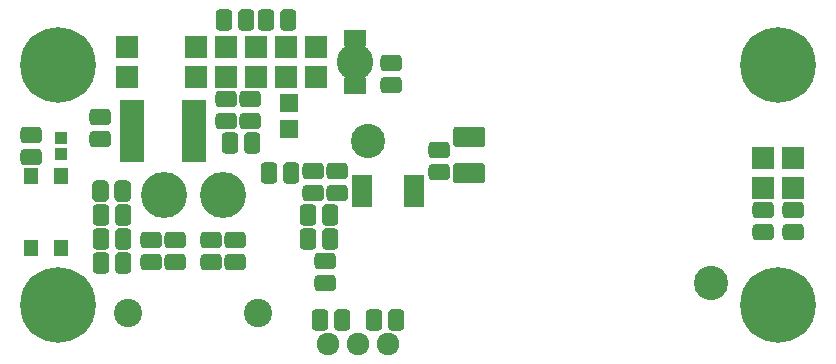
<source format=gbr>
G04 #@! TF.GenerationSoftware,KiCad,Pcbnew,(6.0.0-rc1-dev-205-gc0615c5ef)*
G04 #@! TF.CreationDate,2019-04-08T15:07:32+02:00*
G04 #@! TF.ProjectId,VCAI2C02A,5643414932433032412E6B696361645F,rev?*
G04 #@! TF.SameCoordinates,Original*
G04 #@! TF.FileFunction,Soldermask,Bot*
G04 #@! TF.FilePolarity,Negative*
%FSLAX46Y46*%
G04 Gerber Fmt 4.6, Leading zero omitted, Abs format (unit mm)*
G04 Created by KiCad (PCBNEW (6.0.0-rc1-dev-205-gc0615c5ef)) date 04/08/19 15:07:32*
%MOMM*%
%LPD*%
G01*
G04 APERTURE LIST*
%ADD10R,1.300000X1.400000*%
%ADD11C,2.900000*%
%ADD12C,1.924000*%
%ADD13C,3.900000*%
%ADD14C,2.400000*%
%ADD15R,1.924000X1.924000*%
%ADD16R,1.650000X1.650000*%
%ADD17C,6.400000*%
%ADD18R,2.000000X0.810000*%
%ADD19R,1.800000X0.700000*%
%ADD20C,0.100000*%
%ADD21C,1.725000*%
%ADD22C,1.375000*%
%ADD23R,1.900000X1.450000*%
%ADD24C,3.100000*%
%ADD25R,1.100000X1.000000*%
G04 APERTURE END LIST*
D10*
G04 #@! TO.C,D3*
X254000Y-15486000D03*
X-2286000Y-15486000D03*
X-2286000Y-9406000D03*
X254000Y-9406000D03*
G04 #@! TD*
D11*
G04 #@! TO.C,TR1*
X55240000Y-18422000D03*
X26240000Y-6422000D03*
D12*
X27940000Y-23622000D03*
X22860000Y-23622000D03*
X25400000Y-23622000D03*
G04 #@! TD*
D13*
G04 #@! TO.C,J1*
X13930000Y-11002000D03*
X8930000Y-11002000D03*
D14*
X5930000Y-21002000D03*
X16930000Y-21002000D03*
G04 #@! TD*
D15*
G04 #@! TO.C,J4*
X11684000Y-1016000D03*
X11684000Y1524000D03*
X14224000Y-1016000D03*
X14224000Y1524000D03*
X16764000Y-1016000D03*
X16764000Y1524000D03*
X19304000Y-1016000D03*
X19304000Y1524000D03*
X21844000Y-1016000D03*
X21844000Y1524000D03*
G04 #@! TD*
G04 #@! TO.C,J5*
X5842000Y-1016000D03*
X5842000Y1524000D03*
G04 #@! TD*
G04 #@! TO.C,J6*
X59690000Y-10414000D03*
X59690000Y-7874000D03*
X62230000Y-10414000D03*
X62230000Y-7874000D03*
G04 #@! TD*
D16*
G04 #@! TO.C,L1*
X19558000Y-3218000D03*
X19558000Y-5418000D03*
G04 #@! TD*
D17*
G04 #@! TO.C,MH1*
X60960000Y0D03*
G04 #@! TD*
G04 #@! TO.C,MH2*
X0Y-20320000D03*
G04 #@! TD*
G04 #@! TO.C,MH3*
X60960000Y-20320000D03*
G04 #@! TD*
G04 #@! TO.C,MH4*
X0Y0D03*
G04 #@! TD*
D18*
G04 #@! TO.C,U1*
X6235700Y-3365500D03*
X6235700Y-4000500D03*
X6235700Y-4635500D03*
X6235700Y-5270500D03*
X6235700Y-5905500D03*
X6235700Y-6540500D03*
X6235700Y-7175500D03*
X6235700Y-7810500D03*
X11544300Y-7810500D03*
X11544300Y-7175500D03*
X11544300Y-6540500D03*
X11544300Y-5905500D03*
X11544300Y-5270500D03*
X11544300Y-4635500D03*
X11544300Y-4000500D03*
X11544300Y-3365500D03*
G04 #@! TD*
D19*
G04 #@! TO.C,U2*
X25740000Y-11668000D03*
X25740000Y-11168000D03*
X25740000Y-10668000D03*
X25740000Y-10168000D03*
X25740000Y-9668000D03*
X30140000Y-9668000D03*
X30140000Y-10168000D03*
X30140000Y-10668000D03*
X30140000Y-11168000D03*
X30140000Y-11668000D03*
G04 #@! TD*
D20*
G04 #@! TO.C,C11*
G36*
X35879431Y-8296567D02*
X35911025Y-8301254D01*
X35942008Y-8309015D01*
X35972081Y-8319775D01*
X36000955Y-8333431D01*
X36028351Y-8349852D01*
X36054006Y-8368879D01*
X36077672Y-8390328D01*
X36099121Y-8413994D01*
X36118148Y-8439649D01*
X36134569Y-8467045D01*
X36148225Y-8495919D01*
X36158985Y-8525992D01*
X36166746Y-8556975D01*
X36171433Y-8588569D01*
X36173000Y-8620471D01*
X36173000Y-9694529D01*
X36171433Y-9726431D01*
X36166746Y-9758025D01*
X36158985Y-9789008D01*
X36148225Y-9819081D01*
X36134569Y-9847955D01*
X36118148Y-9875351D01*
X36099121Y-9901006D01*
X36077672Y-9924672D01*
X36054006Y-9946121D01*
X36028351Y-9965148D01*
X36000955Y-9981569D01*
X35972081Y-9995225D01*
X35942008Y-10005985D01*
X35911025Y-10013746D01*
X35879431Y-10018433D01*
X35847529Y-10020000D01*
X33748471Y-10020000D01*
X33716569Y-10018433D01*
X33684975Y-10013746D01*
X33653992Y-10005985D01*
X33623919Y-9995225D01*
X33595045Y-9981569D01*
X33567649Y-9965148D01*
X33541994Y-9946121D01*
X33518328Y-9924672D01*
X33496879Y-9901006D01*
X33477852Y-9875351D01*
X33461431Y-9847955D01*
X33447775Y-9819081D01*
X33437015Y-9789008D01*
X33429254Y-9758025D01*
X33424567Y-9726431D01*
X33423000Y-9694529D01*
X33423000Y-8620471D01*
X33424567Y-8588569D01*
X33429254Y-8556975D01*
X33437015Y-8525992D01*
X33447775Y-8495919D01*
X33461431Y-8467045D01*
X33477852Y-8439649D01*
X33496879Y-8413994D01*
X33518328Y-8390328D01*
X33541994Y-8368879D01*
X33567649Y-8349852D01*
X33595045Y-8333431D01*
X33623919Y-8319775D01*
X33653992Y-8309015D01*
X33684975Y-8301254D01*
X33716569Y-8296567D01*
X33748471Y-8295000D01*
X35847529Y-8295000D01*
X35879431Y-8296567D01*
X35879431Y-8296567D01*
G37*
D21*
X34798000Y-9157500D03*
D20*
G36*
X35879431Y-5221567D02*
X35911025Y-5226254D01*
X35942008Y-5234015D01*
X35972081Y-5244775D01*
X36000955Y-5258431D01*
X36028351Y-5274852D01*
X36054006Y-5293879D01*
X36077672Y-5315328D01*
X36099121Y-5338994D01*
X36118148Y-5364649D01*
X36134569Y-5392045D01*
X36148225Y-5420919D01*
X36158985Y-5450992D01*
X36166746Y-5481975D01*
X36171433Y-5513569D01*
X36173000Y-5545471D01*
X36173000Y-6619529D01*
X36171433Y-6651431D01*
X36166746Y-6683025D01*
X36158985Y-6714008D01*
X36148225Y-6744081D01*
X36134569Y-6772955D01*
X36118148Y-6800351D01*
X36099121Y-6826006D01*
X36077672Y-6849672D01*
X36054006Y-6871121D01*
X36028351Y-6890148D01*
X36000955Y-6906569D01*
X35972081Y-6920225D01*
X35942008Y-6930985D01*
X35911025Y-6938746D01*
X35879431Y-6943433D01*
X35847529Y-6945000D01*
X33748471Y-6945000D01*
X33716569Y-6943433D01*
X33684975Y-6938746D01*
X33653992Y-6930985D01*
X33623919Y-6920225D01*
X33595045Y-6906569D01*
X33567649Y-6890148D01*
X33541994Y-6871121D01*
X33518328Y-6849672D01*
X33496879Y-6826006D01*
X33477852Y-6800351D01*
X33461431Y-6772955D01*
X33447775Y-6744081D01*
X33437015Y-6714008D01*
X33429254Y-6683025D01*
X33424567Y-6651431D01*
X33423000Y-6619529D01*
X33423000Y-5545471D01*
X33424567Y-5513569D01*
X33429254Y-5481975D01*
X33437015Y-5450992D01*
X33447775Y-5420919D01*
X33461431Y-5392045D01*
X33477852Y-5364649D01*
X33496879Y-5338994D01*
X33518328Y-5315328D01*
X33541994Y-5293879D01*
X33567649Y-5274852D01*
X33595045Y-5258431D01*
X33623919Y-5244775D01*
X33653992Y-5234015D01*
X33684975Y-5226254D01*
X33716569Y-5221567D01*
X33748471Y-5220000D01*
X35847529Y-5220000D01*
X35879431Y-5221567D01*
X35879431Y-5221567D01*
G37*
D21*
X34798000Y-6082500D03*
G04 #@! TD*
D20*
G04 #@! TO.C,R1*
G36*
X15575943Y-15999655D02*
X15609312Y-16004605D01*
X15642035Y-16012802D01*
X15673797Y-16024166D01*
X15704293Y-16038590D01*
X15733227Y-16055932D01*
X15760323Y-16076028D01*
X15785318Y-16098682D01*
X15807972Y-16123677D01*
X15828068Y-16150773D01*
X15845410Y-16179707D01*
X15859834Y-16210203D01*
X15871198Y-16241965D01*
X15879395Y-16274688D01*
X15884345Y-16308057D01*
X15886000Y-16341750D01*
X15886000Y-17029250D01*
X15884345Y-17062943D01*
X15879395Y-17096312D01*
X15871198Y-17129035D01*
X15859834Y-17160797D01*
X15845410Y-17191293D01*
X15828068Y-17220227D01*
X15807972Y-17247323D01*
X15785318Y-17272318D01*
X15760323Y-17294972D01*
X15733227Y-17315068D01*
X15704293Y-17332410D01*
X15673797Y-17346834D01*
X15642035Y-17358198D01*
X15609312Y-17366395D01*
X15575943Y-17371345D01*
X15542250Y-17373000D01*
X14429750Y-17373000D01*
X14396057Y-17371345D01*
X14362688Y-17366395D01*
X14329965Y-17358198D01*
X14298203Y-17346834D01*
X14267707Y-17332410D01*
X14238773Y-17315068D01*
X14211677Y-17294972D01*
X14186682Y-17272318D01*
X14164028Y-17247323D01*
X14143932Y-17220227D01*
X14126590Y-17191293D01*
X14112166Y-17160797D01*
X14100802Y-17129035D01*
X14092605Y-17096312D01*
X14087655Y-17062943D01*
X14086000Y-17029250D01*
X14086000Y-16341750D01*
X14087655Y-16308057D01*
X14092605Y-16274688D01*
X14100802Y-16241965D01*
X14112166Y-16210203D01*
X14126590Y-16179707D01*
X14143932Y-16150773D01*
X14164028Y-16123677D01*
X14186682Y-16098682D01*
X14211677Y-16076028D01*
X14238773Y-16055932D01*
X14267707Y-16038590D01*
X14298203Y-16024166D01*
X14329965Y-16012802D01*
X14362688Y-16004605D01*
X14396057Y-15999655D01*
X14429750Y-15998000D01*
X15542250Y-15998000D01*
X15575943Y-15999655D01*
X15575943Y-15999655D01*
G37*
D22*
X14986000Y-16685500D03*
D20*
G36*
X15575943Y-14124655D02*
X15609312Y-14129605D01*
X15642035Y-14137802D01*
X15673797Y-14149166D01*
X15704293Y-14163590D01*
X15733227Y-14180932D01*
X15760323Y-14201028D01*
X15785318Y-14223682D01*
X15807972Y-14248677D01*
X15828068Y-14275773D01*
X15845410Y-14304707D01*
X15859834Y-14335203D01*
X15871198Y-14366965D01*
X15879395Y-14399688D01*
X15884345Y-14433057D01*
X15886000Y-14466750D01*
X15886000Y-15154250D01*
X15884345Y-15187943D01*
X15879395Y-15221312D01*
X15871198Y-15254035D01*
X15859834Y-15285797D01*
X15845410Y-15316293D01*
X15828068Y-15345227D01*
X15807972Y-15372323D01*
X15785318Y-15397318D01*
X15760323Y-15419972D01*
X15733227Y-15440068D01*
X15704293Y-15457410D01*
X15673797Y-15471834D01*
X15642035Y-15483198D01*
X15609312Y-15491395D01*
X15575943Y-15496345D01*
X15542250Y-15498000D01*
X14429750Y-15498000D01*
X14396057Y-15496345D01*
X14362688Y-15491395D01*
X14329965Y-15483198D01*
X14298203Y-15471834D01*
X14267707Y-15457410D01*
X14238773Y-15440068D01*
X14211677Y-15419972D01*
X14186682Y-15397318D01*
X14164028Y-15372323D01*
X14143932Y-15345227D01*
X14126590Y-15316293D01*
X14112166Y-15285797D01*
X14100802Y-15254035D01*
X14092605Y-15221312D01*
X14087655Y-15187943D01*
X14086000Y-15154250D01*
X14086000Y-14466750D01*
X14087655Y-14433057D01*
X14092605Y-14399688D01*
X14100802Y-14366965D01*
X14112166Y-14335203D01*
X14126590Y-14304707D01*
X14143932Y-14275773D01*
X14164028Y-14248677D01*
X14186682Y-14223682D01*
X14211677Y-14201028D01*
X14238773Y-14180932D01*
X14267707Y-14163590D01*
X14298203Y-14149166D01*
X14329965Y-14137802D01*
X14362688Y-14129605D01*
X14396057Y-14124655D01*
X14429750Y-14123000D01*
X15542250Y-14123000D01*
X15575943Y-14124655D01*
X15575943Y-14124655D01*
G37*
D22*
X14986000Y-14810500D03*
G04 #@! TD*
D20*
G04 #@! TO.C,R2*
G36*
X8463943Y-15999655D02*
X8497312Y-16004605D01*
X8530035Y-16012802D01*
X8561797Y-16024166D01*
X8592293Y-16038590D01*
X8621227Y-16055932D01*
X8648323Y-16076028D01*
X8673318Y-16098682D01*
X8695972Y-16123677D01*
X8716068Y-16150773D01*
X8733410Y-16179707D01*
X8747834Y-16210203D01*
X8759198Y-16241965D01*
X8767395Y-16274688D01*
X8772345Y-16308057D01*
X8774000Y-16341750D01*
X8774000Y-17029250D01*
X8772345Y-17062943D01*
X8767395Y-17096312D01*
X8759198Y-17129035D01*
X8747834Y-17160797D01*
X8733410Y-17191293D01*
X8716068Y-17220227D01*
X8695972Y-17247323D01*
X8673318Y-17272318D01*
X8648323Y-17294972D01*
X8621227Y-17315068D01*
X8592293Y-17332410D01*
X8561797Y-17346834D01*
X8530035Y-17358198D01*
X8497312Y-17366395D01*
X8463943Y-17371345D01*
X8430250Y-17373000D01*
X7317750Y-17373000D01*
X7284057Y-17371345D01*
X7250688Y-17366395D01*
X7217965Y-17358198D01*
X7186203Y-17346834D01*
X7155707Y-17332410D01*
X7126773Y-17315068D01*
X7099677Y-17294972D01*
X7074682Y-17272318D01*
X7052028Y-17247323D01*
X7031932Y-17220227D01*
X7014590Y-17191293D01*
X7000166Y-17160797D01*
X6988802Y-17129035D01*
X6980605Y-17096312D01*
X6975655Y-17062943D01*
X6974000Y-17029250D01*
X6974000Y-16341750D01*
X6975655Y-16308057D01*
X6980605Y-16274688D01*
X6988802Y-16241965D01*
X7000166Y-16210203D01*
X7014590Y-16179707D01*
X7031932Y-16150773D01*
X7052028Y-16123677D01*
X7074682Y-16098682D01*
X7099677Y-16076028D01*
X7126773Y-16055932D01*
X7155707Y-16038590D01*
X7186203Y-16024166D01*
X7217965Y-16012802D01*
X7250688Y-16004605D01*
X7284057Y-15999655D01*
X7317750Y-15998000D01*
X8430250Y-15998000D01*
X8463943Y-15999655D01*
X8463943Y-15999655D01*
G37*
D22*
X7874000Y-16685500D03*
D20*
G36*
X8463943Y-14124655D02*
X8497312Y-14129605D01*
X8530035Y-14137802D01*
X8561797Y-14149166D01*
X8592293Y-14163590D01*
X8621227Y-14180932D01*
X8648323Y-14201028D01*
X8673318Y-14223682D01*
X8695972Y-14248677D01*
X8716068Y-14275773D01*
X8733410Y-14304707D01*
X8747834Y-14335203D01*
X8759198Y-14366965D01*
X8767395Y-14399688D01*
X8772345Y-14433057D01*
X8774000Y-14466750D01*
X8774000Y-15154250D01*
X8772345Y-15187943D01*
X8767395Y-15221312D01*
X8759198Y-15254035D01*
X8747834Y-15285797D01*
X8733410Y-15316293D01*
X8716068Y-15345227D01*
X8695972Y-15372323D01*
X8673318Y-15397318D01*
X8648323Y-15419972D01*
X8621227Y-15440068D01*
X8592293Y-15457410D01*
X8561797Y-15471834D01*
X8530035Y-15483198D01*
X8497312Y-15491395D01*
X8463943Y-15496345D01*
X8430250Y-15498000D01*
X7317750Y-15498000D01*
X7284057Y-15496345D01*
X7250688Y-15491395D01*
X7217965Y-15483198D01*
X7186203Y-15471834D01*
X7155707Y-15457410D01*
X7126773Y-15440068D01*
X7099677Y-15419972D01*
X7074682Y-15397318D01*
X7052028Y-15372323D01*
X7031932Y-15345227D01*
X7014590Y-15316293D01*
X7000166Y-15285797D01*
X6988802Y-15254035D01*
X6980605Y-15221312D01*
X6975655Y-15187943D01*
X6974000Y-15154250D01*
X6974000Y-14466750D01*
X6975655Y-14433057D01*
X6980605Y-14399688D01*
X6988802Y-14366965D01*
X7000166Y-14335203D01*
X7014590Y-14304707D01*
X7031932Y-14275773D01*
X7052028Y-14248677D01*
X7074682Y-14223682D01*
X7099677Y-14201028D01*
X7126773Y-14180932D01*
X7155707Y-14163590D01*
X7186203Y-14149166D01*
X7217965Y-14137802D01*
X7250688Y-14129605D01*
X7284057Y-14124655D01*
X7317750Y-14123000D01*
X8430250Y-14123000D01*
X8463943Y-14124655D01*
X8463943Y-14124655D01*
G37*
D22*
X7874000Y-14810500D03*
G04 #@! TD*
D20*
G04 #@! TO.C,R7*
G36*
X13543943Y-15999655D02*
X13577312Y-16004605D01*
X13610035Y-16012802D01*
X13641797Y-16024166D01*
X13672293Y-16038590D01*
X13701227Y-16055932D01*
X13728323Y-16076028D01*
X13753318Y-16098682D01*
X13775972Y-16123677D01*
X13796068Y-16150773D01*
X13813410Y-16179707D01*
X13827834Y-16210203D01*
X13839198Y-16241965D01*
X13847395Y-16274688D01*
X13852345Y-16308057D01*
X13854000Y-16341750D01*
X13854000Y-17029250D01*
X13852345Y-17062943D01*
X13847395Y-17096312D01*
X13839198Y-17129035D01*
X13827834Y-17160797D01*
X13813410Y-17191293D01*
X13796068Y-17220227D01*
X13775972Y-17247323D01*
X13753318Y-17272318D01*
X13728323Y-17294972D01*
X13701227Y-17315068D01*
X13672293Y-17332410D01*
X13641797Y-17346834D01*
X13610035Y-17358198D01*
X13577312Y-17366395D01*
X13543943Y-17371345D01*
X13510250Y-17373000D01*
X12397750Y-17373000D01*
X12364057Y-17371345D01*
X12330688Y-17366395D01*
X12297965Y-17358198D01*
X12266203Y-17346834D01*
X12235707Y-17332410D01*
X12206773Y-17315068D01*
X12179677Y-17294972D01*
X12154682Y-17272318D01*
X12132028Y-17247323D01*
X12111932Y-17220227D01*
X12094590Y-17191293D01*
X12080166Y-17160797D01*
X12068802Y-17129035D01*
X12060605Y-17096312D01*
X12055655Y-17062943D01*
X12054000Y-17029250D01*
X12054000Y-16341750D01*
X12055655Y-16308057D01*
X12060605Y-16274688D01*
X12068802Y-16241965D01*
X12080166Y-16210203D01*
X12094590Y-16179707D01*
X12111932Y-16150773D01*
X12132028Y-16123677D01*
X12154682Y-16098682D01*
X12179677Y-16076028D01*
X12206773Y-16055932D01*
X12235707Y-16038590D01*
X12266203Y-16024166D01*
X12297965Y-16012802D01*
X12330688Y-16004605D01*
X12364057Y-15999655D01*
X12397750Y-15998000D01*
X13510250Y-15998000D01*
X13543943Y-15999655D01*
X13543943Y-15999655D01*
G37*
D22*
X12954000Y-16685500D03*
D20*
G36*
X13543943Y-14124655D02*
X13577312Y-14129605D01*
X13610035Y-14137802D01*
X13641797Y-14149166D01*
X13672293Y-14163590D01*
X13701227Y-14180932D01*
X13728323Y-14201028D01*
X13753318Y-14223682D01*
X13775972Y-14248677D01*
X13796068Y-14275773D01*
X13813410Y-14304707D01*
X13827834Y-14335203D01*
X13839198Y-14366965D01*
X13847395Y-14399688D01*
X13852345Y-14433057D01*
X13854000Y-14466750D01*
X13854000Y-15154250D01*
X13852345Y-15187943D01*
X13847395Y-15221312D01*
X13839198Y-15254035D01*
X13827834Y-15285797D01*
X13813410Y-15316293D01*
X13796068Y-15345227D01*
X13775972Y-15372323D01*
X13753318Y-15397318D01*
X13728323Y-15419972D01*
X13701227Y-15440068D01*
X13672293Y-15457410D01*
X13641797Y-15471834D01*
X13610035Y-15483198D01*
X13577312Y-15491395D01*
X13543943Y-15496345D01*
X13510250Y-15498000D01*
X12397750Y-15498000D01*
X12364057Y-15496345D01*
X12330688Y-15491395D01*
X12297965Y-15483198D01*
X12266203Y-15471834D01*
X12235707Y-15457410D01*
X12206773Y-15440068D01*
X12179677Y-15419972D01*
X12154682Y-15397318D01*
X12132028Y-15372323D01*
X12111932Y-15345227D01*
X12094590Y-15316293D01*
X12080166Y-15285797D01*
X12068802Y-15254035D01*
X12060605Y-15221312D01*
X12055655Y-15187943D01*
X12054000Y-15154250D01*
X12054000Y-14466750D01*
X12055655Y-14433057D01*
X12060605Y-14399688D01*
X12068802Y-14366965D01*
X12080166Y-14335203D01*
X12094590Y-14304707D01*
X12111932Y-14275773D01*
X12132028Y-14248677D01*
X12154682Y-14223682D01*
X12179677Y-14201028D01*
X12206773Y-14180932D01*
X12235707Y-14163590D01*
X12266203Y-14149166D01*
X12297965Y-14137802D01*
X12330688Y-14129605D01*
X12364057Y-14124655D01*
X12397750Y-14123000D01*
X13510250Y-14123000D01*
X13543943Y-14124655D01*
X13543943Y-14124655D01*
G37*
D22*
X12954000Y-14810500D03*
G04 #@! TD*
D20*
G04 #@! TO.C,R8*
G36*
X10495943Y-15999655D02*
X10529312Y-16004605D01*
X10562035Y-16012802D01*
X10593797Y-16024166D01*
X10624293Y-16038590D01*
X10653227Y-16055932D01*
X10680323Y-16076028D01*
X10705318Y-16098682D01*
X10727972Y-16123677D01*
X10748068Y-16150773D01*
X10765410Y-16179707D01*
X10779834Y-16210203D01*
X10791198Y-16241965D01*
X10799395Y-16274688D01*
X10804345Y-16308057D01*
X10806000Y-16341750D01*
X10806000Y-17029250D01*
X10804345Y-17062943D01*
X10799395Y-17096312D01*
X10791198Y-17129035D01*
X10779834Y-17160797D01*
X10765410Y-17191293D01*
X10748068Y-17220227D01*
X10727972Y-17247323D01*
X10705318Y-17272318D01*
X10680323Y-17294972D01*
X10653227Y-17315068D01*
X10624293Y-17332410D01*
X10593797Y-17346834D01*
X10562035Y-17358198D01*
X10529312Y-17366395D01*
X10495943Y-17371345D01*
X10462250Y-17373000D01*
X9349750Y-17373000D01*
X9316057Y-17371345D01*
X9282688Y-17366395D01*
X9249965Y-17358198D01*
X9218203Y-17346834D01*
X9187707Y-17332410D01*
X9158773Y-17315068D01*
X9131677Y-17294972D01*
X9106682Y-17272318D01*
X9084028Y-17247323D01*
X9063932Y-17220227D01*
X9046590Y-17191293D01*
X9032166Y-17160797D01*
X9020802Y-17129035D01*
X9012605Y-17096312D01*
X9007655Y-17062943D01*
X9006000Y-17029250D01*
X9006000Y-16341750D01*
X9007655Y-16308057D01*
X9012605Y-16274688D01*
X9020802Y-16241965D01*
X9032166Y-16210203D01*
X9046590Y-16179707D01*
X9063932Y-16150773D01*
X9084028Y-16123677D01*
X9106682Y-16098682D01*
X9131677Y-16076028D01*
X9158773Y-16055932D01*
X9187707Y-16038590D01*
X9218203Y-16024166D01*
X9249965Y-16012802D01*
X9282688Y-16004605D01*
X9316057Y-15999655D01*
X9349750Y-15998000D01*
X10462250Y-15998000D01*
X10495943Y-15999655D01*
X10495943Y-15999655D01*
G37*
D22*
X9906000Y-16685500D03*
D20*
G36*
X10495943Y-14124655D02*
X10529312Y-14129605D01*
X10562035Y-14137802D01*
X10593797Y-14149166D01*
X10624293Y-14163590D01*
X10653227Y-14180932D01*
X10680323Y-14201028D01*
X10705318Y-14223682D01*
X10727972Y-14248677D01*
X10748068Y-14275773D01*
X10765410Y-14304707D01*
X10779834Y-14335203D01*
X10791198Y-14366965D01*
X10799395Y-14399688D01*
X10804345Y-14433057D01*
X10806000Y-14466750D01*
X10806000Y-15154250D01*
X10804345Y-15187943D01*
X10799395Y-15221312D01*
X10791198Y-15254035D01*
X10779834Y-15285797D01*
X10765410Y-15316293D01*
X10748068Y-15345227D01*
X10727972Y-15372323D01*
X10705318Y-15397318D01*
X10680323Y-15419972D01*
X10653227Y-15440068D01*
X10624293Y-15457410D01*
X10593797Y-15471834D01*
X10562035Y-15483198D01*
X10529312Y-15491395D01*
X10495943Y-15496345D01*
X10462250Y-15498000D01*
X9349750Y-15498000D01*
X9316057Y-15496345D01*
X9282688Y-15491395D01*
X9249965Y-15483198D01*
X9218203Y-15471834D01*
X9187707Y-15457410D01*
X9158773Y-15440068D01*
X9131677Y-15419972D01*
X9106682Y-15397318D01*
X9084028Y-15372323D01*
X9063932Y-15345227D01*
X9046590Y-15316293D01*
X9032166Y-15285797D01*
X9020802Y-15254035D01*
X9012605Y-15221312D01*
X9007655Y-15187943D01*
X9006000Y-15154250D01*
X9006000Y-14466750D01*
X9007655Y-14433057D01*
X9012605Y-14399688D01*
X9020802Y-14366965D01*
X9032166Y-14335203D01*
X9046590Y-14304707D01*
X9063932Y-14275773D01*
X9084028Y-14248677D01*
X9106682Y-14223682D01*
X9131677Y-14201028D01*
X9158773Y-14180932D01*
X9187707Y-14163590D01*
X9218203Y-14149166D01*
X9249965Y-14137802D01*
X9282688Y-14129605D01*
X9316057Y-14124655D01*
X9349750Y-14123000D01*
X10462250Y-14123000D01*
X10495943Y-14124655D01*
X10495943Y-14124655D01*
G37*
D22*
X9906000Y-14810500D03*
G04 #@! TD*
D23*
G04 #@! TO.C,D2*
X25146000Y-1746000D03*
X25146000Y2254000D03*
D24*
X25146000Y254000D03*
G04 #@! TD*
D25*
G04 #@! TO.C,D1*
X254000Y-7558000D03*
X254000Y-6158000D03*
G04 #@! TD*
D20*
G04 #@! TO.C,C3*
G36*
X4145943Y-3710655D02*
X4179312Y-3715605D01*
X4212035Y-3723802D01*
X4243797Y-3735166D01*
X4274293Y-3749590D01*
X4303227Y-3766932D01*
X4330323Y-3787028D01*
X4355318Y-3809682D01*
X4377972Y-3834677D01*
X4398068Y-3861773D01*
X4415410Y-3890707D01*
X4429834Y-3921203D01*
X4441198Y-3952965D01*
X4449395Y-3985688D01*
X4454345Y-4019057D01*
X4456000Y-4052750D01*
X4456000Y-4740250D01*
X4454345Y-4773943D01*
X4449395Y-4807312D01*
X4441198Y-4840035D01*
X4429834Y-4871797D01*
X4415410Y-4902293D01*
X4398068Y-4931227D01*
X4377972Y-4958323D01*
X4355318Y-4983318D01*
X4330323Y-5005972D01*
X4303227Y-5026068D01*
X4274293Y-5043410D01*
X4243797Y-5057834D01*
X4212035Y-5069198D01*
X4179312Y-5077395D01*
X4145943Y-5082345D01*
X4112250Y-5084000D01*
X2999750Y-5084000D01*
X2966057Y-5082345D01*
X2932688Y-5077395D01*
X2899965Y-5069198D01*
X2868203Y-5057834D01*
X2837707Y-5043410D01*
X2808773Y-5026068D01*
X2781677Y-5005972D01*
X2756682Y-4983318D01*
X2734028Y-4958323D01*
X2713932Y-4931227D01*
X2696590Y-4902293D01*
X2682166Y-4871797D01*
X2670802Y-4840035D01*
X2662605Y-4807312D01*
X2657655Y-4773943D01*
X2656000Y-4740250D01*
X2656000Y-4052750D01*
X2657655Y-4019057D01*
X2662605Y-3985688D01*
X2670802Y-3952965D01*
X2682166Y-3921203D01*
X2696590Y-3890707D01*
X2713932Y-3861773D01*
X2734028Y-3834677D01*
X2756682Y-3809682D01*
X2781677Y-3787028D01*
X2808773Y-3766932D01*
X2837707Y-3749590D01*
X2868203Y-3735166D01*
X2899965Y-3723802D01*
X2932688Y-3715605D01*
X2966057Y-3710655D01*
X2999750Y-3709000D01*
X4112250Y-3709000D01*
X4145943Y-3710655D01*
X4145943Y-3710655D01*
G37*
D22*
X3556000Y-4396500D03*
D20*
G36*
X4145943Y-5585655D02*
X4179312Y-5590605D01*
X4212035Y-5598802D01*
X4243797Y-5610166D01*
X4274293Y-5624590D01*
X4303227Y-5641932D01*
X4330323Y-5662028D01*
X4355318Y-5684682D01*
X4377972Y-5709677D01*
X4398068Y-5736773D01*
X4415410Y-5765707D01*
X4429834Y-5796203D01*
X4441198Y-5827965D01*
X4449395Y-5860688D01*
X4454345Y-5894057D01*
X4456000Y-5927750D01*
X4456000Y-6615250D01*
X4454345Y-6648943D01*
X4449395Y-6682312D01*
X4441198Y-6715035D01*
X4429834Y-6746797D01*
X4415410Y-6777293D01*
X4398068Y-6806227D01*
X4377972Y-6833323D01*
X4355318Y-6858318D01*
X4330323Y-6880972D01*
X4303227Y-6901068D01*
X4274293Y-6918410D01*
X4243797Y-6932834D01*
X4212035Y-6944198D01*
X4179312Y-6952395D01*
X4145943Y-6957345D01*
X4112250Y-6959000D01*
X2999750Y-6959000D01*
X2966057Y-6957345D01*
X2932688Y-6952395D01*
X2899965Y-6944198D01*
X2868203Y-6932834D01*
X2837707Y-6918410D01*
X2808773Y-6901068D01*
X2781677Y-6880972D01*
X2756682Y-6858318D01*
X2734028Y-6833323D01*
X2713932Y-6806227D01*
X2696590Y-6777293D01*
X2682166Y-6746797D01*
X2670802Y-6715035D01*
X2662605Y-6682312D01*
X2657655Y-6648943D01*
X2656000Y-6615250D01*
X2656000Y-5927750D01*
X2657655Y-5894057D01*
X2662605Y-5860688D01*
X2670802Y-5827965D01*
X2682166Y-5796203D01*
X2696590Y-5765707D01*
X2713932Y-5736773D01*
X2734028Y-5709677D01*
X2756682Y-5684682D01*
X2781677Y-5662028D01*
X2808773Y-5641932D01*
X2837707Y-5624590D01*
X2868203Y-5610166D01*
X2899965Y-5598802D01*
X2932688Y-5590605D01*
X2966057Y-5585655D01*
X2999750Y-5584000D01*
X4112250Y-5584000D01*
X4145943Y-5585655D01*
X4145943Y-5585655D01*
G37*
D22*
X3556000Y-6271500D03*
G04 #@! TD*
D20*
G04 #@! TO.C,C4*
G36*
X14813943Y-4061655D02*
X14847312Y-4066605D01*
X14880035Y-4074802D01*
X14911797Y-4086166D01*
X14942293Y-4100590D01*
X14971227Y-4117932D01*
X14998323Y-4138028D01*
X15023318Y-4160682D01*
X15045972Y-4185677D01*
X15066068Y-4212773D01*
X15083410Y-4241707D01*
X15097834Y-4272203D01*
X15109198Y-4303965D01*
X15117395Y-4336688D01*
X15122345Y-4370057D01*
X15124000Y-4403750D01*
X15124000Y-5091250D01*
X15122345Y-5124943D01*
X15117395Y-5158312D01*
X15109198Y-5191035D01*
X15097834Y-5222797D01*
X15083410Y-5253293D01*
X15066068Y-5282227D01*
X15045972Y-5309323D01*
X15023318Y-5334318D01*
X14998323Y-5356972D01*
X14971227Y-5377068D01*
X14942293Y-5394410D01*
X14911797Y-5408834D01*
X14880035Y-5420198D01*
X14847312Y-5428395D01*
X14813943Y-5433345D01*
X14780250Y-5435000D01*
X13667750Y-5435000D01*
X13634057Y-5433345D01*
X13600688Y-5428395D01*
X13567965Y-5420198D01*
X13536203Y-5408834D01*
X13505707Y-5394410D01*
X13476773Y-5377068D01*
X13449677Y-5356972D01*
X13424682Y-5334318D01*
X13402028Y-5309323D01*
X13381932Y-5282227D01*
X13364590Y-5253293D01*
X13350166Y-5222797D01*
X13338802Y-5191035D01*
X13330605Y-5158312D01*
X13325655Y-5124943D01*
X13324000Y-5091250D01*
X13324000Y-4403750D01*
X13325655Y-4370057D01*
X13330605Y-4336688D01*
X13338802Y-4303965D01*
X13350166Y-4272203D01*
X13364590Y-4241707D01*
X13381932Y-4212773D01*
X13402028Y-4185677D01*
X13424682Y-4160682D01*
X13449677Y-4138028D01*
X13476773Y-4117932D01*
X13505707Y-4100590D01*
X13536203Y-4086166D01*
X13567965Y-4074802D01*
X13600688Y-4066605D01*
X13634057Y-4061655D01*
X13667750Y-4060000D01*
X14780250Y-4060000D01*
X14813943Y-4061655D01*
X14813943Y-4061655D01*
G37*
D22*
X14224000Y-4747500D03*
D20*
G36*
X14813943Y-2186655D02*
X14847312Y-2191605D01*
X14880035Y-2199802D01*
X14911797Y-2211166D01*
X14942293Y-2225590D01*
X14971227Y-2242932D01*
X14998323Y-2263028D01*
X15023318Y-2285682D01*
X15045972Y-2310677D01*
X15066068Y-2337773D01*
X15083410Y-2366707D01*
X15097834Y-2397203D01*
X15109198Y-2428965D01*
X15117395Y-2461688D01*
X15122345Y-2495057D01*
X15124000Y-2528750D01*
X15124000Y-3216250D01*
X15122345Y-3249943D01*
X15117395Y-3283312D01*
X15109198Y-3316035D01*
X15097834Y-3347797D01*
X15083410Y-3378293D01*
X15066068Y-3407227D01*
X15045972Y-3434323D01*
X15023318Y-3459318D01*
X14998323Y-3481972D01*
X14971227Y-3502068D01*
X14942293Y-3519410D01*
X14911797Y-3533834D01*
X14880035Y-3545198D01*
X14847312Y-3553395D01*
X14813943Y-3558345D01*
X14780250Y-3560000D01*
X13667750Y-3560000D01*
X13634057Y-3558345D01*
X13600688Y-3553395D01*
X13567965Y-3545198D01*
X13536203Y-3533834D01*
X13505707Y-3519410D01*
X13476773Y-3502068D01*
X13449677Y-3481972D01*
X13424682Y-3459318D01*
X13402028Y-3434323D01*
X13381932Y-3407227D01*
X13364590Y-3378293D01*
X13350166Y-3347797D01*
X13338802Y-3316035D01*
X13330605Y-3283312D01*
X13325655Y-3249943D01*
X13324000Y-3216250D01*
X13324000Y-2528750D01*
X13325655Y-2495057D01*
X13330605Y-2461688D01*
X13338802Y-2428965D01*
X13350166Y-2397203D01*
X13364590Y-2366707D01*
X13381932Y-2337773D01*
X13402028Y-2310677D01*
X13424682Y-2285682D01*
X13449677Y-2263028D01*
X13476773Y-2242932D01*
X13505707Y-2225590D01*
X13536203Y-2211166D01*
X13567965Y-2199802D01*
X13600688Y-2191605D01*
X13634057Y-2186655D01*
X13667750Y-2185000D01*
X14780250Y-2185000D01*
X14813943Y-2186655D01*
X14813943Y-2186655D01*
G37*
D22*
X14224000Y-2872500D03*
G04 #@! TD*
D20*
G04 #@! TO.C,C5*
G36*
X16845943Y-2186655D02*
X16879312Y-2191605D01*
X16912035Y-2199802D01*
X16943797Y-2211166D01*
X16974293Y-2225590D01*
X17003227Y-2242932D01*
X17030323Y-2263028D01*
X17055318Y-2285682D01*
X17077972Y-2310677D01*
X17098068Y-2337773D01*
X17115410Y-2366707D01*
X17129834Y-2397203D01*
X17141198Y-2428965D01*
X17149395Y-2461688D01*
X17154345Y-2495057D01*
X17156000Y-2528750D01*
X17156000Y-3216250D01*
X17154345Y-3249943D01*
X17149395Y-3283312D01*
X17141198Y-3316035D01*
X17129834Y-3347797D01*
X17115410Y-3378293D01*
X17098068Y-3407227D01*
X17077972Y-3434323D01*
X17055318Y-3459318D01*
X17030323Y-3481972D01*
X17003227Y-3502068D01*
X16974293Y-3519410D01*
X16943797Y-3533834D01*
X16912035Y-3545198D01*
X16879312Y-3553395D01*
X16845943Y-3558345D01*
X16812250Y-3560000D01*
X15699750Y-3560000D01*
X15666057Y-3558345D01*
X15632688Y-3553395D01*
X15599965Y-3545198D01*
X15568203Y-3533834D01*
X15537707Y-3519410D01*
X15508773Y-3502068D01*
X15481677Y-3481972D01*
X15456682Y-3459318D01*
X15434028Y-3434323D01*
X15413932Y-3407227D01*
X15396590Y-3378293D01*
X15382166Y-3347797D01*
X15370802Y-3316035D01*
X15362605Y-3283312D01*
X15357655Y-3249943D01*
X15356000Y-3216250D01*
X15356000Y-2528750D01*
X15357655Y-2495057D01*
X15362605Y-2461688D01*
X15370802Y-2428965D01*
X15382166Y-2397203D01*
X15396590Y-2366707D01*
X15413932Y-2337773D01*
X15434028Y-2310677D01*
X15456682Y-2285682D01*
X15481677Y-2263028D01*
X15508773Y-2242932D01*
X15537707Y-2225590D01*
X15568203Y-2211166D01*
X15599965Y-2199802D01*
X15632688Y-2191605D01*
X15666057Y-2186655D01*
X15699750Y-2185000D01*
X16812250Y-2185000D01*
X16845943Y-2186655D01*
X16845943Y-2186655D01*
G37*
D22*
X16256000Y-2872500D03*
D20*
G36*
X16845943Y-4061655D02*
X16879312Y-4066605D01*
X16912035Y-4074802D01*
X16943797Y-4086166D01*
X16974293Y-4100590D01*
X17003227Y-4117932D01*
X17030323Y-4138028D01*
X17055318Y-4160682D01*
X17077972Y-4185677D01*
X17098068Y-4212773D01*
X17115410Y-4241707D01*
X17129834Y-4272203D01*
X17141198Y-4303965D01*
X17149395Y-4336688D01*
X17154345Y-4370057D01*
X17156000Y-4403750D01*
X17156000Y-5091250D01*
X17154345Y-5124943D01*
X17149395Y-5158312D01*
X17141198Y-5191035D01*
X17129834Y-5222797D01*
X17115410Y-5253293D01*
X17098068Y-5282227D01*
X17077972Y-5309323D01*
X17055318Y-5334318D01*
X17030323Y-5356972D01*
X17003227Y-5377068D01*
X16974293Y-5394410D01*
X16943797Y-5408834D01*
X16912035Y-5420198D01*
X16879312Y-5428395D01*
X16845943Y-5433345D01*
X16812250Y-5435000D01*
X15699750Y-5435000D01*
X15666057Y-5433345D01*
X15632688Y-5428395D01*
X15599965Y-5420198D01*
X15568203Y-5408834D01*
X15537707Y-5394410D01*
X15508773Y-5377068D01*
X15481677Y-5356972D01*
X15456682Y-5334318D01*
X15434028Y-5309323D01*
X15413932Y-5282227D01*
X15396590Y-5253293D01*
X15382166Y-5222797D01*
X15370802Y-5191035D01*
X15362605Y-5158312D01*
X15357655Y-5124943D01*
X15356000Y-5091250D01*
X15356000Y-4403750D01*
X15357655Y-4370057D01*
X15362605Y-4336688D01*
X15370802Y-4303965D01*
X15382166Y-4272203D01*
X15396590Y-4241707D01*
X15413932Y-4212773D01*
X15434028Y-4185677D01*
X15456682Y-4160682D01*
X15481677Y-4138028D01*
X15508773Y-4117932D01*
X15537707Y-4100590D01*
X15568203Y-4086166D01*
X15599965Y-4074802D01*
X15632688Y-4066605D01*
X15666057Y-4061655D01*
X15699750Y-4060000D01*
X16812250Y-4060000D01*
X16845943Y-4061655D01*
X16845943Y-4061655D01*
G37*
D22*
X16256000Y-4747500D03*
G04 #@! TD*
D20*
G04 #@! TO.C,C6*
G36*
X14933943Y-5705655D02*
X14967312Y-5710605D01*
X15000035Y-5718802D01*
X15031797Y-5730166D01*
X15062293Y-5744590D01*
X15091227Y-5761932D01*
X15118323Y-5782028D01*
X15143318Y-5804682D01*
X15165972Y-5829677D01*
X15186068Y-5856773D01*
X15203410Y-5885707D01*
X15217834Y-5916203D01*
X15229198Y-5947965D01*
X15237395Y-5980688D01*
X15242345Y-6014057D01*
X15244000Y-6047750D01*
X15244000Y-7160250D01*
X15242345Y-7193943D01*
X15237395Y-7227312D01*
X15229198Y-7260035D01*
X15217834Y-7291797D01*
X15203410Y-7322293D01*
X15186068Y-7351227D01*
X15165972Y-7378323D01*
X15143318Y-7403318D01*
X15118323Y-7425972D01*
X15091227Y-7446068D01*
X15062293Y-7463410D01*
X15031797Y-7477834D01*
X15000035Y-7489198D01*
X14967312Y-7497395D01*
X14933943Y-7502345D01*
X14900250Y-7504000D01*
X14212750Y-7504000D01*
X14179057Y-7502345D01*
X14145688Y-7497395D01*
X14112965Y-7489198D01*
X14081203Y-7477834D01*
X14050707Y-7463410D01*
X14021773Y-7446068D01*
X13994677Y-7425972D01*
X13969682Y-7403318D01*
X13947028Y-7378323D01*
X13926932Y-7351227D01*
X13909590Y-7322293D01*
X13895166Y-7291797D01*
X13883802Y-7260035D01*
X13875605Y-7227312D01*
X13870655Y-7193943D01*
X13869000Y-7160250D01*
X13869000Y-6047750D01*
X13870655Y-6014057D01*
X13875605Y-5980688D01*
X13883802Y-5947965D01*
X13895166Y-5916203D01*
X13909590Y-5885707D01*
X13926932Y-5856773D01*
X13947028Y-5829677D01*
X13969682Y-5804682D01*
X13994677Y-5782028D01*
X14021773Y-5761932D01*
X14050707Y-5744590D01*
X14081203Y-5730166D01*
X14112965Y-5718802D01*
X14145688Y-5710605D01*
X14179057Y-5705655D01*
X14212750Y-5704000D01*
X14900250Y-5704000D01*
X14933943Y-5705655D01*
X14933943Y-5705655D01*
G37*
D22*
X14556500Y-6604000D03*
D20*
G36*
X16808943Y-5705655D02*
X16842312Y-5710605D01*
X16875035Y-5718802D01*
X16906797Y-5730166D01*
X16937293Y-5744590D01*
X16966227Y-5761932D01*
X16993323Y-5782028D01*
X17018318Y-5804682D01*
X17040972Y-5829677D01*
X17061068Y-5856773D01*
X17078410Y-5885707D01*
X17092834Y-5916203D01*
X17104198Y-5947965D01*
X17112395Y-5980688D01*
X17117345Y-6014057D01*
X17119000Y-6047750D01*
X17119000Y-7160250D01*
X17117345Y-7193943D01*
X17112395Y-7227312D01*
X17104198Y-7260035D01*
X17092834Y-7291797D01*
X17078410Y-7322293D01*
X17061068Y-7351227D01*
X17040972Y-7378323D01*
X17018318Y-7403318D01*
X16993323Y-7425972D01*
X16966227Y-7446068D01*
X16937293Y-7463410D01*
X16906797Y-7477834D01*
X16875035Y-7489198D01*
X16842312Y-7497395D01*
X16808943Y-7502345D01*
X16775250Y-7504000D01*
X16087750Y-7504000D01*
X16054057Y-7502345D01*
X16020688Y-7497395D01*
X15987965Y-7489198D01*
X15956203Y-7477834D01*
X15925707Y-7463410D01*
X15896773Y-7446068D01*
X15869677Y-7425972D01*
X15844682Y-7403318D01*
X15822028Y-7378323D01*
X15801932Y-7351227D01*
X15784590Y-7322293D01*
X15770166Y-7291797D01*
X15758802Y-7260035D01*
X15750605Y-7227312D01*
X15745655Y-7193943D01*
X15744000Y-7160250D01*
X15744000Y-6047750D01*
X15745655Y-6014057D01*
X15750605Y-5980688D01*
X15758802Y-5947965D01*
X15770166Y-5916203D01*
X15784590Y-5885707D01*
X15801932Y-5856773D01*
X15822028Y-5829677D01*
X15844682Y-5804682D01*
X15869677Y-5782028D01*
X15896773Y-5761932D01*
X15925707Y-5744590D01*
X15956203Y-5730166D01*
X15987965Y-5718802D01*
X16020688Y-5710605D01*
X16054057Y-5705655D01*
X16087750Y-5704000D01*
X16775250Y-5704000D01*
X16808943Y-5705655D01*
X16808943Y-5705655D01*
G37*
D22*
X16431500Y-6604000D03*
G04 #@! TD*
D20*
G04 #@! TO.C,C7*
G36*
X23412943Y-13833655D02*
X23446312Y-13838605D01*
X23479035Y-13846802D01*
X23510797Y-13858166D01*
X23541293Y-13872590D01*
X23570227Y-13889932D01*
X23597323Y-13910028D01*
X23622318Y-13932682D01*
X23644972Y-13957677D01*
X23665068Y-13984773D01*
X23682410Y-14013707D01*
X23696834Y-14044203D01*
X23708198Y-14075965D01*
X23716395Y-14108688D01*
X23721345Y-14142057D01*
X23723000Y-14175750D01*
X23723000Y-15288250D01*
X23721345Y-15321943D01*
X23716395Y-15355312D01*
X23708198Y-15388035D01*
X23696834Y-15419797D01*
X23682410Y-15450293D01*
X23665068Y-15479227D01*
X23644972Y-15506323D01*
X23622318Y-15531318D01*
X23597323Y-15553972D01*
X23570227Y-15574068D01*
X23541293Y-15591410D01*
X23510797Y-15605834D01*
X23479035Y-15617198D01*
X23446312Y-15625395D01*
X23412943Y-15630345D01*
X23379250Y-15632000D01*
X22691750Y-15632000D01*
X22658057Y-15630345D01*
X22624688Y-15625395D01*
X22591965Y-15617198D01*
X22560203Y-15605834D01*
X22529707Y-15591410D01*
X22500773Y-15574068D01*
X22473677Y-15553972D01*
X22448682Y-15531318D01*
X22426028Y-15506323D01*
X22405932Y-15479227D01*
X22388590Y-15450293D01*
X22374166Y-15419797D01*
X22362802Y-15388035D01*
X22354605Y-15355312D01*
X22349655Y-15321943D01*
X22348000Y-15288250D01*
X22348000Y-14175750D01*
X22349655Y-14142057D01*
X22354605Y-14108688D01*
X22362802Y-14075965D01*
X22374166Y-14044203D01*
X22388590Y-14013707D01*
X22405932Y-13984773D01*
X22426028Y-13957677D01*
X22448682Y-13932682D01*
X22473677Y-13910028D01*
X22500773Y-13889932D01*
X22529707Y-13872590D01*
X22560203Y-13858166D01*
X22591965Y-13846802D01*
X22624688Y-13838605D01*
X22658057Y-13833655D01*
X22691750Y-13832000D01*
X23379250Y-13832000D01*
X23412943Y-13833655D01*
X23412943Y-13833655D01*
G37*
D22*
X23035500Y-14732000D03*
D20*
G36*
X21537943Y-13833655D02*
X21571312Y-13838605D01*
X21604035Y-13846802D01*
X21635797Y-13858166D01*
X21666293Y-13872590D01*
X21695227Y-13889932D01*
X21722323Y-13910028D01*
X21747318Y-13932682D01*
X21769972Y-13957677D01*
X21790068Y-13984773D01*
X21807410Y-14013707D01*
X21821834Y-14044203D01*
X21833198Y-14075965D01*
X21841395Y-14108688D01*
X21846345Y-14142057D01*
X21848000Y-14175750D01*
X21848000Y-15288250D01*
X21846345Y-15321943D01*
X21841395Y-15355312D01*
X21833198Y-15388035D01*
X21821834Y-15419797D01*
X21807410Y-15450293D01*
X21790068Y-15479227D01*
X21769972Y-15506323D01*
X21747318Y-15531318D01*
X21722323Y-15553972D01*
X21695227Y-15574068D01*
X21666293Y-15591410D01*
X21635797Y-15605834D01*
X21604035Y-15617198D01*
X21571312Y-15625395D01*
X21537943Y-15630345D01*
X21504250Y-15632000D01*
X20816750Y-15632000D01*
X20783057Y-15630345D01*
X20749688Y-15625395D01*
X20716965Y-15617198D01*
X20685203Y-15605834D01*
X20654707Y-15591410D01*
X20625773Y-15574068D01*
X20598677Y-15553972D01*
X20573682Y-15531318D01*
X20551028Y-15506323D01*
X20530932Y-15479227D01*
X20513590Y-15450293D01*
X20499166Y-15419797D01*
X20487802Y-15388035D01*
X20479605Y-15355312D01*
X20474655Y-15321943D01*
X20473000Y-15288250D01*
X20473000Y-14175750D01*
X20474655Y-14142057D01*
X20479605Y-14108688D01*
X20487802Y-14075965D01*
X20499166Y-14044203D01*
X20513590Y-14013707D01*
X20530932Y-13984773D01*
X20551028Y-13957677D01*
X20573682Y-13932682D01*
X20598677Y-13910028D01*
X20625773Y-13889932D01*
X20654707Y-13872590D01*
X20685203Y-13858166D01*
X20716965Y-13846802D01*
X20749688Y-13838605D01*
X20783057Y-13833655D01*
X20816750Y-13832000D01*
X21504250Y-13832000D01*
X21537943Y-13833655D01*
X21537943Y-13833655D01*
G37*
D22*
X21160500Y-14732000D03*
G04 #@! TD*
D20*
G04 #@! TO.C,C8*
G36*
X22179943Y-10157655D02*
X22213312Y-10162605D01*
X22246035Y-10170802D01*
X22277797Y-10182166D01*
X22308293Y-10196590D01*
X22337227Y-10213932D01*
X22364323Y-10234028D01*
X22389318Y-10256682D01*
X22411972Y-10281677D01*
X22432068Y-10308773D01*
X22449410Y-10337707D01*
X22463834Y-10368203D01*
X22475198Y-10399965D01*
X22483395Y-10432688D01*
X22488345Y-10466057D01*
X22490000Y-10499750D01*
X22490000Y-11187250D01*
X22488345Y-11220943D01*
X22483395Y-11254312D01*
X22475198Y-11287035D01*
X22463834Y-11318797D01*
X22449410Y-11349293D01*
X22432068Y-11378227D01*
X22411972Y-11405323D01*
X22389318Y-11430318D01*
X22364323Y-11452972D01*
X22337227Y-11473068D01*
X22308293Y-11490410D01*
X22277797Y-11504834D01*
X22246035Y-11516198D01*
X22213312Y-11524395D01*
X22179943Y-11529345D01*
X22146250Y-11531000D01*
X21033750Y-11531000D01*
X21000057Y-11529345D01*
X20966688Y-11524395D01*
X20933965Y-11516198D01*
X20902203Y-11504834D01*
X20871707Y-11490410D01*
X20842773Y-11473068D01*
X20815677Y-11452972D01*
X20790682Y-11430318D01*
X20768028Y-11405323D01*
X20747932Y-11378227D01*
X20730590Y-11349293D01*
X20716166Y-11318797D01*
X20704802Y-11287035D01*
X20696605Y-11254312D01*
X20691655Y-11220943D01*
X20690000Y-11187250D01*
X20690000Y-10499750D01*
X20691655Y-10466057D01*
X20696605Y-10432688D01*
X20704802Y-10399965D01*
X20716166Y-10368203D01*
X20730590Y-10337707D01*
X20747932Y-10308773D01*
X20768028Y-10281677D01*
X20790682Y-10256682D01*
X20815677Y-10234028D01*
X20842773Y-10213932D01*
X20871707Y-10196590D01*
X20902203Y-10182166D01*
X20933965Y-10170802D01*
X20966688Y-10162605D01*
X21000057Y-10157655D01*
X21033750Y-10156000D01*
X22146250Y-10156000D01*
X22179943Y-10157655D01*
X22179943Y-10157655D01*
G37*
D22*
X21590000Y-10843500D03*
D20*
G36*
X22179943Y-8282655D02*
X22213312Y-8287605D01*
X22246035Y-8295802D01*
X22277797Y-8307166D01*
X22308293Y-8321590D01*
X22337227Y-8338932D01*
X22364323Y-8359028D01*
X22389318Y-8381682D01*
X22411972Y-8406677D01*
X22432068Y-8433773D01*
X22449410Y-8462707D01*
X22463834Y-8493203D01*
X22475198Y-8524965D01*
X22483395Y-8557688D01*
X22488345Y-8591057D01*
X22490000Y-8624750D01*
X22490000Y-9312250D01*
X22488345Y-9345943D01*
X22483395Y-9379312D01*
X22475198Y-9412035D01*
X22463834Y-9443797D01*
X22449410Y-9474293D01*
X22432068Y-9503227D01*
X22411972Y-9530323D01*
X22389318Y-9555318D01*
X22364323Y-9577972D01*
X22337227Y-9598068D01*
X22308293Y-9615410D01*
X22277797Y-9629834D01*
X22246035Y-9641198D01*
X22213312Y-9649395D01*
X22179943Y-9654345D01*
X22146250Y-9656000D01*
X21033750Y-9656000D01*
X21000057Y-9654345D01*
X20966688Y-9649395D01*
X20933965Y-9641198D01*
X20902203Y-9629834D01*
X20871707Y-9615410D01*
X20842773Y-9598068D01*
X20815677Y-9577972D01*
X20790682Y-9555318D01*
X20768028Y-9530323D01*
X20747932Y-9503227D01*
X20730590Y-9474293D01*
X20716166Y-9443797D01*
X20704802Y-9412035D01*
X20696605Y-9379312D01*
X20691655Y-9345943D01*
X20690000Y-9312250D01*
X20690000Y-8624750D01*
X20691655Y-8591057D01*
X20696605Y-8557688D01*
X20704802Y-8524965D01*
X20716166Y-8493203D01*
X20730590Y-8462707D01*
X20747932Y-8433773D01*
X20768028Y-8406677D01*
X20790682Y-8381682D01*
X20815677Y-8359028D01*
X20842773Y-8338932D01*
X20871707Y-8321590D01*
X20902203Y-8307166D01*
X20933965Y-8295802D01*
X20966688Y-8287605D01*
X21000057Y-8282655D01*
X21033750Y-8281000D01*
X22146250Y-8281000D01*
X22179943Y-8282655D01*
X22179943Y-8282655D01*
G37*
D22*
X21590000Y-8968500D03*
G04 #@! TD*
D20*
G04 #@! TO.C,C9*
G36*
X29000943Y-20691655D02*
X29034312Y-20696605D01*
X29067035Y-20704802D01*
X29098797Y-20716166D01*
X29129293Y-20730590D01*
X29158227Y-20747932D01*
X29185323Y-20768028D01*
X29210318Y-20790682D01*
X29232972Y-20815677D01*
X29253068Y-20842773D01*
X29270410Y-20871707D01*
X29284834Y-20902203D01*
X29296198Y-20933965D01*
X29304395Y-20966688D01*
X29309345Y-21000057D01*
X29311000Y-21033750D01*
X29311000Y-22146250D01*
X29309345Y-22179943D01*
X29304395Y-22213312D01*
X29296198Y-22246035D01*
X29284834Y-22277797D01*
X29270410Y-22308293D01*
X29253068Y-22337227D01*
X29232972Y-22364323D01*
X29210318Y-22389318D01*
X29185323Y-22411972D01*
X29158227Y-22432068D01*
X29129293Y-22449410D01*
X29098797Y-22463834D01*
X29067035Y-22475198D01*
X29034312Y-22483395D01*
X29000943Y-22488345D01*
X28967250Y-22490000D01*
X28279750Y-22490000D01*
X28246057Y-22488345D01*
X28212688Y-22483395D01*
X28179965Y-22475198D01*
X28148203Y-22463834D01*
X28117707Y-22449410D01*
X28088773Y-22432068D01*
X28061677Y-22411972D01*
X28036682Y-22389318D01*
X28014028Y-22364323D01*
X27993932Y-22337227D01*
X27976590Y-22308293D01*
X27962166Y-22277797D01*
X27950802Y-22246035D01*
X27942605Y-22213312D01*
X27937655Y-22179943D01*
X27936000Y-22146250D01*
X27936000Y-21033750D01*
X27937655Y-21000057D01*
X27942605Y-20966688D01*
X27950802Y-20933965D01*
X27962166Y-20902203D01*
X27976590Y-20871707D01*
X27993932Y-20842773D01*
X28014028Y-20815677D01*
X28036682Y-20790682D01*
X28061677Y-20768028D01*
X28088773Y-20747932D01*
X28117707Y-20730590D01*
X28148203Y-20716166D01*
X28179965Y-20704802D01*
X28212688Y-20696605D01*
X28246057Y-20691655D01*
X28279750Y-20690000D01*
X28967250Y-20690000D01*
X29000943Y-20691655D01*
X29000943Y-20691655D01*
G37*
D22*
X28623500Y-21590000D03*
D20*
G36*
X27125943Y-20691655D02*
X27159312Y-20696605D01*
X27192035Y-20704802D01*
X27223797Y-20716166D01*
X27254293Y-20730590D01*
X27283227Y-20747932D01*
X27310323Y-20768028D01*
X27335318Y-20790682D01*
X27357972Y-20815677D01*
X27378068Y-20842773D01*
X27395410Y-20871707D01*
X27409834Y-20902203D01*
X27421198Y-20933965D01*
X27429395Y-20966688D01*
X27434345Y-21000057D01*
X27436000Y-21033750D01*
X27436000Y-22146250D01*
X27434345Y-22179943D01*
X27429395Y-22213312D01*
X27421198Y-22246035D01*
X27409834Y-22277797D01*
X27395410Y-22308293D01*
X27378068Y-22337227D01*
X27357972Y-22364323D01*
X27335318Y-22389318D01*
X27310323Y-22411972D01*
X27283227Y-22432068D01*
X27254293Y-22449410D01*
X27223797Y-22463834D01*
X27192035Y-22475198D01*
X27159312Y-22483395D01*
X27125943Y-22488345D01*
X27092250Y-22490000D01*
X26404750Y-22490000D01*
X26371057Y-22488345D01*
X26337688Y-22483395D01*
X26304965Y-22475198D01*
X26273203Y-22463834D01*
X26242707Y-22449410D01*
X26213773Y-22432068D01*
X26186677Y-22411972D01*
X26161682Y-22389318D01*
X26139028Y-22364323D01*
X26118932Y-22337227D01*
X26101590Y-22308293D01*
X26087166Y-22277797D01*
X26075802Y-22246035D01*
X26067605Y-22213312D01*
X26062655Y-22179943D01*
X26061000Y-22146250D01*
X26061000Y-21033750D01*
X26062655Y-21000057D01*
X26067605Y-20966688D01*
X26075802Y-20933965D01*
X26087166Y-20902203D01*
X26101590Y-20871707D01*
X26118932Y-20842773D01*
X26139028Y-20815677D01*
X26161682Y-20790682D01*
X26186677Y-20768028D01*
X26213773Y-20747932D01*
X26242707Y-20730590D01*
X26273203Y-20716166D01*
X26304965Y-20704802D01*
X26337688Y-20696605D01*
X26371057Y-20691655D01*
X26404750Y-20690000D01*
X27092250Y-20690000D01*
X27125943Y-20691655D01*
X27125943Y-20691655D01*
G37*
D22*
X26748500Y-21590000D03*
G04 #@! TD*
D20*
G04 #@! TO.C,C10*
G36*
X32847943Y-8379655D02*
X32881312Y-8384605D01*
X32914035Y-8392802D01*
X32945797Y-8404166D01*
X32976293Y-8418590D01*
X33005227Y-8435932D01*
X33032323Y-8456028D01*
X33057318Y-8478682D01*
X33079972Y-8503677D01*
X33100068Y-8530773D01*
X33117410Y-8559707D01*
X33131834Y-8590203D01*
X33143198Y-8621965D01*
X33151395Y-8654688D01*
X33156345Y-8688057D01*
X33158000Y-8721750D01*
X33158000Y-9409250D01*
X33156345Y-9442943D01*
X33151395Y-9476312D01*
X33143198Y-9509035D01*
X33131834Y-9540797D01*
X33117410Y-9571293D01*
X33100068Y-9600227D01*
X33079972Y-9627323D01*
X33057318Y-9652318D01*
X33032323Y-9674972D01*
X33005227Y-9695068D01*
X32976293Y-9712410D01*
X32945797Y-9726834D01*
X32914035Y-9738198D01*
X32881312Y-9746395D01*
X32847943Y-9751345D01*
X32814250Y-9753000D01*
X31701750Y-9753000D01*
X31668057Y-9751345D01*
X31634688Y-9746395D01*
X31601965Y-9738198D01*
X31570203Y-9726834D01*
X31539707Y-9712410D01*
X31510773Y-9695068D01*
X31483677Y-9674972D01*
X31458682Y-9652318D01*
X31436028Y-9627323D01*
X31415932Y-9600227D01*
X31398590Y-9571293D01*
X31384166Y-9540797D01*
X31372802Y-9509035D01*
X31364605Y-9476312D01*
X31359655Y-9442943D01*
X31358000Y-9409250D01*
X31358000Y-8721750D01*
X31359655Y-8688057D01*
X31364605Y-8654688D01*
X31372802Y-8621965D01*
X31384166Y-8590203D01*
X31398590Y-8559707D01*
X31415932Y-8530773D01*
X31436028Y-8503677D01*
X31458682Y-8478682D01*
X31483677Y-8456028D01*
X31510773Y-8435932D01*
X31539707Y-8418590D01*
X31570203Y-8404166D01*
X31601965Y-8392802D01*
X31634688Y-8384605D01*
X31668057Y-8379655D01*
X31701750Y-8378000D01*
X32814250Y-8378000D01*
X32847943Y-8379655D01*
X32847943Y-8379655D01*
G37*
D22*
X32258000Y-9065500D03*
D20*
G36*
X32847943Y-6504655D02*
X32881312Y-6509605D01*
X32914035Y-6517802D01*
X32945797Y-6529166D01*
X32976293Y-6543590D01*
X33005227Y-6560932D01*
X33032323Y-6581028D01*
X33057318Y-6603682D01*
X33079972Y-6628677D01*
X33100068Y-6655773D01*
X33117410Y-6684707D01*
X33131834Y-6715203D01*
X33143198Y-6746965D01*
X33151395Y-6779688D01*
X33156345Y-6813057D01*
X33158000Y-6846750D01*
X33158000Y-7534250D01*
X33156345Y-7567943D01*
X33151395Y-7601312D01*
X33143198Y-7634035D01*
X33131834Y-7665797D01*
X33117410Y-7696293D01*
X33100068Y-7725227D01*
X33079972Y-7752323D01*
X33057318Y-7777318D01*
X33032323Y-7799972D01*
X33005227Y-7820068D01*
X32976293Y-7837410D01*
X32945797Y-7851834D01*
X32914035Y-7863198D01*
X32881312Y-7871395D01*
X32847943Y-7876345D01*
X32814250Y-7878000D01*
X31701750Y-7878000D01*
X31668057Y-7876345D01*
X31634688Y-7871395D01*
X31601965Y-7863198D01*
X31570203Y-7851834D01*
X31539707Y-7837410D01*
X31510773Y-7820068D01*
X31483677Y-7799972D01*
X31458682Y-7777318D01*
X31436028Y-7752323D01*
X31415932Y-7725227D01*
X31398590Y-7696293D01*
X31384166Y-7665797D01*
X31372802Y-7634035D01*
X31364605Y-7601312D01*
X31359655Y-7567943D01*
X31358000Y-7534250D01*
X31358000Y-6846750D01*
X31359655Y-6813057D01*
X31364605Y-6779688D01*
X31372802Y-6746965D01*
X31384166Y-6715203D01*
X31398590Y-6684707D01*
X31415932Y-6655773D01*
X31436028Y-6628677D01*
X31458682Y-6603682D01*
X31483677Y-6581028D01*
X31510773Y-6560932D01*
X31539707Y-6543590D01*
X31570203Y-6529166D01*
X31601965Y-6517802D01*
X31634688Y-6509605D01*
X31668057Y-6504655D01*
X31701750Y-6503000D01*
X32814250Y-6503000D01*
X32847943Y-6504655D01*
X32847943Y-6504655D01*
G37*
D22*
X32258000Y-7190500D03*
G04 #@! TD*
D20*
G04 #@! TO.C,R3*
G36*
X5886943Y-15865655D02*
X5920312Y-15870605D01*
X5953035Y-15878802D01*
X5984797Y-15890166D01*
X6015293Y-15904590D01*
X6044227Y-15921932D01*
X6071323Y-15942028D01*
X6096318Y-15964682D01*
X6118972Y-15989677D01*
X6139068Y-16016773D01*
X6156410Y-16045707D01*
X6170834Y-16076203D01*
X6182198Y-16107965D01*
X6190395Y-16140688D01*
X6195345Y-16174057D01*
X6197000Y-16207750D01*
X6197000Y-17320250D01*
X6195345Y-17353943D01*
X6190395Y-17387312D01*
X6182198Y-17420035D01*
X6170834Y-17451797D01*
X6156410Y-17482293D01*
X6139068Y-17511227D01*
X6118972Y-17538323D01*
X6096318Y-17563318D01*
X6071323Y-17585972D01*
X6044227Y-17606068D01*
X6015293Y-17623410D01*
X5984797Y-17637834D01*
X5953035Y-17649198D01*
X5920312Y-17657395D01*
X5886943Y-17662345D01*
X5853250Y-17664000D01*
X5165750Y-17664000D01*
X5132057Y-17662345D01*
X5098688Y-17657395D01*
X5065965Y-17649198D01*
X5034203Y-17637834D01*
X5003707Y-17623410D01*
X4974773Y-17606068D01*
X4947677Y-17585972D01*
X4922682Y-17563318D01*
X4900028Y-17538323D01*
X4879932Y-17511227D01*
X4862590Y-17482293D01*
X4848166Y-17451797D01*
X4836802Y-17420035D01*
X4828605Y-17387312D01*
X4823655Y-17353943D01*
X4822000Y-17320250D01*
X4822000Y-16207750D01*
X4823655Y-16174057D01*
X4828605Y-16140688D01*
X4836802Y-16107965D01*
X4848166Y-16076203D01*
X4862590Y-16045707D01*
X4879932Y-16016773D01*
X4900028Y-15989677D01*
X4922682Y-15964682D01*
X4947677Y-15942028D01*
X4974773Y-15921932D01*
X5003707Y-15904590D01*
X5034203Y-15890166D01*
X5065965Y-15878802D01*
X5098688Y-15870605D01*
X5132057Y-15865655D01*
X5165750Y-15864000D01*
X5853250Y-15864000D01*
X5886943Y-15865655D01*
X5886943Y-15865655D01*
G37*
D22*
X5509500Y-16764000D03*
D20*
G36*
X4011943Y-15865655D02*
X4045312Y-15870605D01*
X4078035Y-15878802D01*
X4109797Y-15890166D01*
X4140293Y-15904590D01*
X4169227Y-15921932D01*
X4196323Y-15942028D01*
X4221318Y-15964682D01*
X4243972Y-15989677D01*
X4264068Y-16016773D01*
X4281410Y-16045707D01*
X4295834Y-16076203D01*
X4307198Y-16107965D01*
X4315395Y-16140688D01*
X4320345Y-16174057D01*
X4322000Y-16207750D01*
X4322000Y-17320250D01*
X4320345Y-17353943D01*
X4315395Y-17387312D01*
X4307198Y-17420035D01*
X4295834Y-17451797D01*
X4281410Y-17482293D01*
X4264068Y-17511227D01*
X4243972Y-17538323D01*
X4221318Y-17563318D01*
X4196323Y-17585972D01*
X4169227Y-17606068D01*
X4140293Y-17623410D01*
X4109797Y-17637834D01*
X4078035Y-17649198D01*
X4045312Y-17657395D01*
X4011943Y-17662345D01*
X3978250Y-17664000D01*
X3290750Y-17664000D01*
X3257057Y-17662345D01*
X3223688Y-17657395D01*
X3190965Y-17649198D01*
X3159203Y-17637834D01*
X3128707Y-17623410D01*
X3099773Y-17606068D01*
X3072677Y-17585972D01*
X3047682Y-17563318D01*
X3025028Y-17538323D01*
X3004932Y-17511227D01*
X2987590Y-17482293D01*
X2973166Y-17451797D01*
X2961802Y-17420035D01*
X2953605Y-17387312D01*
X2948655Y-17353943D01*
X2947000Y-17320250D01*
X2947000Y-16207750D01*
X2948655Y-16174057D01*
X2953605Y-16140688D01*
X2961802Y-16107965D01*
X2973166Y-16076203D01*
X2987590Y-16045707D01*
X3004932Y-16016773D01*
X3025028Y-15989677D01*
X3047682Y-15964682D01*
X3072677Y-15942028D01*
X3099773Y-15921932D01*
X3128707Y-15904590D01*
X3159203Y-15890166D01*
X3190965Y-15878802D01*
X3223688Y-15870605D01*
X3257057Y-15865655D01*
X3290750Y-15864000D01*
X3978250Y-15864000D01*
X4011943Y-15865655D01*
X4011943Y-15865655D01*
G37*
D22*
X3634500Y-16764000D03*
G04 #@! TD*
D20*
G04 #@! TO.C,R4*
G36*
X5836953Y-9777363D02*
X5870322Y-9782313D01*
X5903045Y-9790510D01*
X5934807Y-9801874D01*
X5965303Y-9816298D01*
X5994237Y-9833640D01*
X6021333Y-9853736D01*
X6046328Y-9876390D01*
X6068982Y-9901385D01*
X6089078Y-9928481D01*
X6106420Y-9957415D01*
X6120844Y-9987911D01*
X6132208Y-10019673D01*
X6140405Y-10052396D01*
X6145355Y-10085765D01*
X6147010Y-10119458D01*
X6147010Y-11231958D01*
X6145355Y-11265651D01*
X6140405Y-11299020D01*
X6132208Y-11331743D01*
X6120844Y-11363505D01*
X6106420Y-11394001D01*
X6089078Y-11422935D01*
X6068982Y-11450031D01*
X6046328Y-11475026D01*
X6021333Y-11497680D01*
X5994237Y-11517776D01*
X5965303Y-11535118D01*
X5934807Y-11549542D01*
X5903045Y-11560906D01*
X5870322Y-11569103D01*
X5836953Y-11574053D01*
X5803260Y-11575708D01*
X5115760Y-11575708D01*
X5082067Y-11574053D01*
X5048698Y-11569103D01*
X5015975Y-11560906D01*
X4984213Y-11549542D01*
X4953717Y-11535118D01*
X4924783Y-11517776D01*
X4897687Y-11497680D01*
X4872692Y-11475026D01*
X4850038Y-11450031D01*
X4829942Y-11422935D01*
X4812600Y-11394001D01*
X4798176Y-11363505D01*
X4786812Y-11331743D01*
X4778615Y-11299020D01*
X4773665Y-11265651D01*
X4772010Y-11231958D01*
X4772010Y-10119458D01*
X4773665Y-10085765D01*
X4778615Y-10052396D01*
X4786812Y-10019673D01*
X4798176Y-9987911D01*
X4812600Y-9957415D01*
X4829942Y-9928481D01*
X4850038Y-9901385D01*
X4872692Y-9876390D01*
X4897687Y-9853736D01*
X4924783Y-9833640D01*
X4953717Y-9816298D01*
X4984213Y-9801874D01*
X5015975Y-9790510D01*
X5048698Y-9782313D01*
X5082067Y-9777363D01*
X5115760Y-9775708D01*
X5803260Y-9775708D01*
X5836953Y-9777363D01*
X5836953Y-9777363D01*
G37*
D22*
X5459510Y-10675708D03*
D20*
G36*
X3961953Y-9777363D02*
X3995322Y-9782313D01*
X4028045Y-9790510D01*
X4059807Y-9801874D01*
X4090303Y-9816298D01*
X4119237Y-9833640D01*
X4146333Y-9853736D01*
X4171328Y-9876390D01*
X4193982Y-9901385D01*
X4214078Y-9928481D01*
X4231420Y-9957415D01*
X4245844Y-9987911D01*
X4257208Y-10019673D01*
X4265405Y-10052396D01*
X4270355Y-10085765D01*
X4272010Y-10119458D01*
X4272010Y-11231958D01*
X4270355Y-11265651D01*
X4265405Y-11299020D01*
X4257208Y-11331743D01*
X4245844Y-11363505D01*
X4231420Y-11394001D01*
X4214078Y-11422935D01*
X4193982Y-11450031D01*
X4171328Y-11475026D01*
X4146333Y-11497680D01*
X4119237Y-11517776D01*
X4090303Y-11535118D01*
X4059807Y-11549542D01*
X4028045Y-11560906D01*
X3995322Y-11569103D01*
X3961953Y-11574053D01*
X3928260Y-11575708D01*
X3240760Y-11575708D01*
X3207067Y-11574053D01*
X3173698Y-11569103D01*
X3140975Y-11560906D01*
X3109213Y-11549542D01*
X3078717Y-11535118D01*
X3049783Y-11517776D01*
X3022687Y-11497680D01*
X2997692Y-11475026D01*
X2975038Y-11450031D01*
X2954942Y-11422935D01*
X2937600Y-11394001D01*
X2923176Y-11363505D01*
X2911812Y-11331743D01*
X2903615Y-11299020D01*
X2898665Y-11265651D01*
X2897010Y-11231958D01*
X2897010Y-10119458D01*
X2898665Y-10085765D01*
X2903615Y-10052396D01*
X2911812Y-10019673D01*
X2923176Y-9987911D01*
X2937600Y-9957415D01*
X2954942Y-9928481D01*
X2975038Y-9901385D01*
X2997692Y-9876390D01*
X3022687Y-9853736D01*
X3049783Y-9833640D01*
X3078717Y-9816298D01*
X3109213Y-9801874D01*
X3140975Y-9790510D01*
X3173698Y-9782313D01*
X3207067Y-9777363D01*
X3240760Y-9775708D01*
X3928260Y-9775708D01*
X3961953Y-9777363D01*
X3961953Y-9777363D01*
G37*
D22*
X3584510Y-10675708D03*
G04 #@! TD*
D20*
G04 #@! TO.C,R5*
G36*
X5886943Y-13833655D02*
X5920312Y-13838605D01*
X5953035Y-13846802D01*
X5984797Y-13858166D01*
X6015293Y-13872590D01*
X6044227Y-13889932D01*
X6071323Y-13910028D01*
X6096318Y-13932682D01*
X6118972Y-13957677D01*
X6139068Y-13984773D01*
X6156410Y-14013707D01*
X6170834Y-14044203D01*
X6182198Y-14075965D01*
X6190395Y-14108688D01*
X6195345Y-14142057D01*
X6197000Y-14175750D01*
X6197000Y-15288250D01*
X6195345Y-15321943D01*
X6190395Y-15355312D01*
X6182198Y-15388035D01*
X6170834Y-15419797D01*
X6156410Y-15450293D01*
X6139068Y-15479227D01*
X6118972Y-15506323D01*
X6096318Y-15531318D01*
X6071323Y-15553972D01*
X6044227Y-15574068D01*
X6015293Y-15591410D01*
X5984797Y-15605834D01*
X5953035Y-15617198D01*
X5920312Y-15625395D01*
X5886943Y-15630345D01*
X5853250Y-15632000D01*
X5165750Y-15632000D01*
X5132057Y-15630345D01*
X5098688Y-15625395D01*
X5065965Y-15617198D01*
X5034203Y-15605834D01*
X5003707Y-15591410D01*
X4974773Y-15574068D01*
X4947677Y-15553972D01*
X4922682Y-15531318D01*
X4900028Y-15506323D01*
X4879932Y-15479227D01*
X4862590Y-15450293D01*
X4848166Y-15419797D01*
X4836802Y-15388035D01*
X4828605Y-15355312D01*
X4823655Y-15321943D01*
X4822000Y-15288250D01*
X4822000Y-14175750D01*
X4823655Y-14142057D01*
X4828605Y-14108688D01*
X4836802Y-14075965D01*
X4848166Y-14044203D01*
X4862590Y-14013707D01*
X4879932Y-13984773D01*
X4900028Y-13957677D01*
X4922682Y-13932682D01*
X4947677Y-13910028D01*
X4974773Y-13889932D01*
X5003707Y-13872590D01*
X5034203Y-13858166D01*
X5065965Y-13846802D01*
X5098688Y-13838605D01*
X5132057Y-13833655D01*
X5165750Y-13832000D01*
X5853250Y-13832000D01*
X5886943Y-13833655D01*
X5886943Y-13833655D01*
G37*
D22*
X5509500Y-14732000D03*
D20*
G36*
X4011943Y-13833655D02*
X4045312Y-13838605D01*
X4078035Y-13846802D01*
X4109797Y-13858166D01*
X4140293Y-13872590D01*
X4169227Y-13889932D01*
X4196323Y-13910028D01*
X4221318Y-13932682D01*
X4243972Y-13957677D01*
X4264068Y-13984773D01*
X4281410Y-14013707D01*
X4295834Y-14044203D01*
X4307198Y-14075965D01*
X4315395Y-14108688D01*
X4320345Y-14142057D01*
X4322000Y-14175750D01*
X4322000Y-15288250D01*
X4320345Y-15321943D01*
X4315395Y-15355312D01*
X4307198Y-15388035D01*
X4295834Y-15419797D01*
X4281410Y-15450293D01*
X4264068Y-15479227D01*
X4243972Y-15506323D01*
X4221318Y-15531318D01*
X4196323Y-15553972D01*
X4169227Y-15574068D01*
X4140293Y-15591410D01*
X4109797Y-15605834D01*
X4078035Y-15617198D01*
X4045312Y-15625395D01*
X4011943Y-15630345D01*
X3978250Y-15632000D01*
X3290750Y-15632000D01*
X3257057Y-15630345D01*
X3223688Y-15625395D01*
X3190965Y-15617198D01*
X3159203Y-15605834D01*
X3128707Y-15591410D01*
X3099773Y-15574068D01*
X3072677Y-15553972D01*
X3047682Y-15531318D01*
X3025028Y-15506323D01*
X3004932Y-15479227D01*
X2987590Y-15450293D01*
X2973166Y-15419797D01*
X2961802Y-15388035D01*
X2953605Y-15355312D01*
X2948655Y-15321943D01*
X2947000Y-15288250D01*
X2947000Y-14175750D01*
X2948655Y-14142057D01*
X2953605Y-14108688D01*
X2961802Y-14075965D01*
X2973166Y-14044203D01*
X2987590Y-14013707D01*
X3004932Y-13984773D01*
X3025028Y-13957677D01*
X3047682Y-13932682D01*
X3072677Y-13910028D01*
X3099773Y-13889932D01*
X3128707Y-13872590D01*
X3159203Y-13858166D01*
X3190965Y-13846802D01*
X3223688Y-13838605D01*
X3257057Y-13833655D01*
X3290750Y-13832000D01*
X3978250Y-13832000D01*
X4011943Y-13833655D01*
X4011943Y-13833655D01*
G37*
D22*
X3634500Y-14732000D03*
G04 #@! TD*
D20*
G04 #@! TO.C,R6*
G36*
X5886943Y-11801655D02*
X5920312Y-11806605D01*
X5953035Y-11814802D01*
X5984797Y-11826166D01*
X6015293Y-11840590D01*
X6044227Y-11857932D01*
X6071323Y-11878028D01*
X6096318Y-11900682D01*
X6118972Y-11925677D01*
X6139068Y-11952773D01*
X6156410Y-11981707D01*
X6170834Y-12012203D01*
X6182198Y-12043965D01*
X6190395Y-12076688D01*
X6195345Y-12110057D01*
X6197000Y-12143750D01*
X6197000Y-13256250D01*
X6195345Y-13289943D01*
X6190395Y-13323312D01*
X6182198Y-13356035D01*
X6170834Y-13387797D01*
X6156410Y-13418293D01*
X6139068Y-13447227D01*
X6118972Y-13474323D01*
X6096318Y-13499318D01*
X6071323Y-13521972D01*
X6044227Y-13542068D01*
X6015293Y-13559410D01*
X5984797Y-13573834D01*
X5953035Y-13585198D01*
X5920312Y-13593395D01*
X5886943Y-13598345D01*
X5853250Y-13600000D01*
X5165750Y-13600000D01*
X5132057Y-13598345D01*
X5098688Y-13593395D01*
X5065965Y-13585198D01*
X5034203Y-13573834D01*
X5003707Y-13559410D01*
X4974773Y-13542068D01*
X4947677Y-13521972D01*
X4922682Y-13499318D01*
X4900028Y-13474323D01*
X4879932Y-13447227D01*
X4862590Y-13418293D01*
X4848166Y-13387797D01*
X4836802Y-13356035D01*
X4828605Y-13323312D01*
X4823655Y-13289943D01*
X4822000Y-13256250D01*
X4822000Y-12143750D01*
X4823655Y-12110057D01*
X4828605Y-12076688D01*
X4836802Y-12043965D01*
X4848166Y-12012203D01*
X4862590Y-11981707D01*
X4879932Y-11952773D01*
X4900028Y-11925677D01*
X4922682Y-11900682D01*
X4947677Y-11878028D01*
X4974773Y-11857932D01*
X5003707Y-11840590D01*
X5034203Y-11826166D01*
X5065965Y-11814802D01*
X5098688Y-11806605D01*
X5132057Y-11801655D01*
X5165750Y-11800000D01*
X5853250Y-11800000D01*
X5886943Y-11801655D01*
X5886943Y-11801655D01*
G37*
D22*
X5509500Y-12700000D03*
D20*
G36*
X4011943Y-11801655D02*
X4045312Y-11806605D01*
X4078035Y-11814802D01*
X4109797Y-11826166D01*
X4140293Y-11840590D01*
X4169227Y-11857932D01*
X4196323Y-11878028D01*
X4221318Y-11900682D01*
X4243972Y-11925677D01*
X4264068Y-11952773D01*
X4281410Y-11981707D01*
X4295834Y-12012203D01*
X4307198Y-12043965D01*
X4315395Y-12076688D01*
X4320345Y-12110057D01*
X4322000Y-12143750D01*
X4322000Y-13256250D01*
X4320345Y-13289943D01*
X4315395Y-13323312D01*
X4307198Y-13356035D01*
X4295834Y-13387797D01*
X4281410Y-13418293D01*
X4264068Y-13447227D01*
X4243972Y-13474323D01*
X4221318Y-13499318D01*
X4196323Y-13521972D01*
X4169227Y-13542068D01*
X4140293Y-13559410D01*
X4109797Y-13573834D01*
X4078035Y-13585198D01*
X4045312Y-13593395D01*
X4011943Y-13598345D01*
X3978250Y-13600000D01*
X3290750Y-13600000D01*
X3257057Y-13598345D01*
X3223688Y-13593395D01*
X3190965Y-13585198D01*
X3159203Y-13573834D01*
X3128707Y-13559410D01*
X3099773Y-13542068D01*
X3072677Y-13521972D01*
X3047682Y-13499318D01*
X3025028Y-13474323D01*
X3004932Y-13447227D01*
X2987590Y-13418293D01*
X2973166Y-13387797D01*
X2961802Y-13356035D01*
X2953605Y-13323312D01*
X2948655Y-13289943D01*
X2947000Y-13256250D01*
X2947000Y-12143750D01*
X2948655Y-12110057D01*
X2953605Y-12076688D01*
X2961802Y-12043965D01*
X2973166Y-12012203D01*
X2987590Y-11981707D01*
X3004932Y-11952773D01*
X3025028Y-11925677D01*
X3047682Y-11900682D01*
X3072677Y-11878028D01*
X3099773Y-11857932D01*
X3128707Y-11840590D01*
X3159203Y-11826166D01*
X3190965Y-11814802D01*
X3223688Y-11806605D01*
X3257057Y-11801655D01*
X3290750Y-11800000D01*
X3978250Y-11800000D01*
X4011943Y-11801655D01*
X4011943Y-11801655D01*
G37*
D22*
X3634500Y-12700000D03*
G04 #@! TD*
D20*
G04 #@! TO.C,R10*
G36*
X14425943Y4708345D02*
X14459312Y4703395D01*
X14492035Y4695198D01*
X14523797Y4683834D01*
X14554293Y4669410D01*
X14583227Y4652068D01*
X14610323Y4631972D01*
X14635318Y4609318D01*
X14657972Y4584323D01*
X14678068Y4557227D01*
X14695410Y4528293D01*
X14709834Y4497797D01*
X14721198Y4466035D01*
X14729395Y4433312D01*
X14734345Y4399943D01*
X14736000Y4366250D01*
X14736000Y3253750D01*
X14734345Y3220057D01*
X14729395Y3186688D01*
X14721198Y3153965D01*
X14709834Y3122203D01*
X14695410Y3091707D01*
X14678068Y3062773D01*
X14657972Y3035677D01*
X14635318Y3010682D01*
X14610323Y2988028D01*
X14583227Y2967932D01*
X14554293Y2950590D01*
X14523797Y2936166D01*
X14492035Y2924802D01*
X14459312Y2916605D01*
X14425943Y2911655D01*
X14392250Y2910000D01*
X13704750Y2910000D01*
X13671057Y2911655D01*
X13637688Y2916605D01*
X13604965Y2924802D01*
X13573203Y2936166D01*
X13542707Y2950590D01*
X13513773Y2967932D01*
X13486677Y2988028D01*
X13461682Y3010682D01*
X13439028Y3035677D01*
X13418932Y3062773D01*
X13401590Y3091707D01*
X13387166Y3122203D01*
X13375802Y3153965D01*
X13367605Y3186688D01*
X13362655Y3220057D01*
X13361000Y3253750D01*
X13361000Y4366250D01*
X13362655Y4399943D01*
X13367605Y4433312D01*
X13375802Y4466035D01*
X13387166Y4497797D01*
X13401590Y4528293D01*
X13418932Y4557227D01*
X13439028Y4584323D01*
X13461682Y4609318D01*
X13486677Y4631972D01*
X13513773Y4652068D01*
X13542707Y4669410D01*
X13573203Y4683834D01*
X13604965Y4695198D01*
X13637688Y4703395D01*
X13671057Y4708345D01*
X13704750Y4710000D01*
X14392250Y4710000D01*
X14425943Y4708345D01*
X14425943Y4708345D01*
G37*
D22*
X14048500Y3810000D03*
D20*
G36*
X16300943Y4708345D02*
X16334312Y4703395D01*
X16367035Y4695198D01*
X16398797Y4683834D01*
X16429293Y4669410D01*
X16458227Y4652068D01*
X16485323Y4631972D01*
X16510318Y4609318D01*
X16532972Y4584323D01*
X16553068Y4557227D01*
X16570410Y4528293D01*
X16584834Y4497797D01*
X16596198Y4466035D01*
X16604395Y4433312D01*
X16609345Y4399943D01*
X16611000Y4366250D01*
X16611000Y3253750D01*
X16609345Y3220057D01*
X16604395Y3186688D01*
X16596198Y3153965D01*
X16584834Y3122203D01*
X16570410Y3091707D01*
X16553068Y3062773D01*
X16532972Y3035677D01*
X16510318Y3010682D01*
X16485323Y2988028D01*
X16458227Y2967932D01*
X16429293Y2950590D01*
X16398797Y2936166D01*
X16367035Y2924802D01*
X16334312Y2916605D01*
X16300943Y2911655D01*
X16267250Y2910000D01*
X15579750Y2910000D01*
X15546057Y2911655D01*
X15512688Y2916605D01*
X15479965Y2924802D01*
X15448203Y2936166D01*
X15417707Y2950590D01*
X15388773Y2967932D01*
X15361677Y2988028D01*
X15336682Y3010682D01*
X15314028Y3035677D01*
X15293932Y3062773D01*
X15276590Y3091707D01*
X15262166Y3122203D01*
X15250802Y3153965D01*
X15242605Y3186688D01*
X15237655Y3220057D01*
X15236000Y3253750D01*
X15236000Y4366250D01*
X15237655Y4399943D01*
X15242605Y4433312D01*
X15250802Y4466035D01*
X15262166Y4497797D01*
X15276590Y4528293D01*
X15293932Y4557227D01*
X15314028Y4584323D01*
X15336682Y4609318D01*
X15361677Y4631972D01*
X15388773Y4652068D01*
X15417707Y4669410D01*
X15448203Y4683834D01*
X15479965Y4695198D01*
X15512688Y4703395D01*
X15546057Y4708345D01*
X15579750Y4710000D01*
X16267250Y4710000D01*
X16300943Y4708345D01*
X16300943Y4708345D01*
G37*
D22*
X15923500Y3810000D03*
G04 #@! TD*
D20*
G04 #@! TO.C,R11*
G36*
X-1696057Y-5234655D02*
X-1662688Y-5239605D01*
X-1629965Y-5247802D01*
X-1598203Y-5259166D01*
X-1567707Y-5273590D01*
X-1538773Y-5290932D01*
X-1511677Y-5311028D01*
X-1486682Y-5333682D01*
X-1464028Y-5358677D01*
X-1443932Y-5385773D01*
X-1426590Y-5414707D01*
X-1412166Y-5445203D01*
X-1400802Y-5476965D01*
X-1392605Y-5509688D01*
X-1387655Y-5543057D01*
X-1386000Y-5576750D01*
X-1386000Y-6264250D01*
X-1387655Y-6297943D01*
X-1392605Y-6331312D01*
X-1400802Y-6364035D01*
X-1412166Y-6395797D01*
X-1426590Y-6426293D01*
X-1443932Y-6455227D01*
X-1464028Y-6482323D01*
X-1486682Y-6507318D01*
X-1511677Y-6529972D01*
X-1538773Y-6550068D01*
X-1567707Y-6567410D01*
X-1598203Y-6581834D01*
X-1629965Y-6593198D01*
X-1662688Y-6601395D01*
X-1696057Y-6606345D01*
X-1729750Y-6608000D01*
X-2842250Y-6608000D01*
X-2875943Y-6606345D01*
X-2909312Y-6601395D01*
X-2942035Y-6593198D01*
X-2973797Y-6581834D01*
X-3004293Y-6567410D01*
X-3033227Y-6550068D01*
X-3060323Y-6529972D01*
X-3085318Y-6507318D01*
X-3107972Y-6482323D01*
X-3128068Y-6455227D01*
X-3145410Y-6426293D01*
X-3159834Y-6395797D01*
X-3171198Y-6364035D01*
X-3179395Y-6331312D01*
X-3184345Y-6297943D01*
X-3186000Y-6264250D01*
X-3186000Y-5576750D01*
X-3184345Y-5543057D01*
X-3179395Y-5509688D01*
X-3171198Y-5476965D01*
X-3159834Y-5445203D01*
X-3145410Y-5414707D01*
X-3128068Y-5385773D01*
X-3107972Y-5358677D01*
X-3085318Y-5333682D01*
X-3060323Y-5311028D01*
X-3033227Y-5290932D01*
X-3004293Y-5273590D01*
X-2973797Y-5259166D01*
X-2942035Y-5247802D01*
X-2909312Y-5239605D01*
X-2875943Y-5234655D01*
X-2842250Y-5233000D01*
X-1729750Y-5233000D01*
X-1696057Y-5234655D01*
X-1696057Y-5234655D01*
G37*
D22*
X-2286000Y-5920500D03*
D20*
G36*
X-1696057Y-7109655D02*
X-1662688Y-7114605D01*
X-1629965Y-7122802D01*
X-1598203Y-7134166D01*
X-1567707Y-7148590D01*
X-1538773Y-7165932D01*
X-1511677Y-7186028D01*
X-1486682Y-7208682D01*
X-1464028Y-7233677D01*
X-1443932Y-7260773D01*
X-1426590Y-7289707D01*
X-1412166Y-7320203D01*
X-1400802Y-7351965D01*
X-1392605Y-7384688D01*
X-1387655Y-7418057D01*
X-1386000Y-7451750D01*
X-1386000Y-8139250D01*
X-1387655Y-8172943D01*
X-1392605Y-8206312D01*
X-1400802Y-8239035D01*
X-1412166Y-8270797D01*
X-1426590Y-8301293D01*
X-1443932Y-8330227D01*
X-1464028Y-8357323D01*
X-1486682Y-8382318D01*
X-1511677Y-8404972D01*
X-1538773Y-8425068D01*
X-1567707Y-8442410D01*
X-1598203Y-8456834D01*
X-1629965Y-8468198D01*
X-1662688Y-8476395D01*
X-1696057Y-8481345D01*
X-1729750Y-8483000D01*
X-2842250Y-8483000D01*
X-2875943Y-8481345D01*
X-2909312Y-8476395D01*
X-2942035Y-8468198D01*
X-2973797Y-8456834D01*
X-3004293Y-8442410D01*
X-3033227Y-8425068D01*
X-3060323Y-8404972D01*
X-3085318Y-8382318D01*
X-3107972Y-8357323D01*
X-3128068Y-8330227D01*
X-3145410Y-8301293D01*
X-3159834Y-8270797D01*
X-3171198Y-8239035D01*
X-3179395Y-8206312D01*
X-3184345Y-8172943D01*
X-3186000Y-8139250D01*
X-3186000Y-7451750D01*
X-3184345Y-7418057D01*
X-3179395Y-7384688D01*
X-3171198Y-7351965D01*
X-3159834Y-7320203D01*
X-3145410Y-7289707D01*
X-3128068Y-7260773D01*
X-3107972Y-7233677D01*
X-3085318Y-7208682D01*
X-3060323Y-7186028D01*
X-3033227Y-7165932D01*
X-3004293Y-7148590D01*
X-2973797Y-7134166D01*
X-2942035Y-7122802D01*
X-2909312Y-7114605D01*
X-2875943Y-7109655D01*
X-2842250Y-7108000D01*
X-1729750Y-7108000D01*
X-1696057Y-7109655D01*
X-1696057Y-7109655D01*
G37*
D22*
X-2286000Y-7795500D03*
G04 #@! TD*
D20*
G04 #@! TO.C,R12*
G36*
X17981943Y4708345D02*
X18015312Y4703395D01*
X18048035Y4695198D01*
X18079797Y4683834D01*
X18110293Y4669410D01*
X18139227Y4652068D01*
X18166323Y4631972D01*
X18191318Y4609318D01*
X18213972Y4584323D01*
X18234068Y4557227D01*
X18251410Y4528293D01*
X18265834Y4497797D01*
X18277198Y4466035D01*
X18285395Y4433312D01*
X18290345Y4399943D01*
X18292000Y4366250D01*
X18292000Y3253750D01*
X18290345Y3220057D01*
X18285395Y3186688D01*
X18277198Y3153965D01*
X18265834Y3122203D01*
X18251410Y3091707D01*
X18234068Y3062773D01*
X18213972Y3035677D01*
X18191318Y3010682D01*
X18166323Y2988028D01*
X18139227Y2967932D01*
X18110293Y2950590D01*
X18079797Y2936166D01*
X18048035Y2924802D01*
X18015312Y2916605D01*
X17981943Y2911655D01*
X17948250Y2910000D01*
X17260750Y2910000D01*
X17227057Y2911655D01*
X17193688Y2916605D01*
X17160965Y2924802D01*
X17129203Y2936166D01*
X17098707Y2950590D01*
X17069773Y2967932D01*
X17042677Y2988028D01*
X17017682Y3010682D01*
X16995028Y3035677D01*
X16974932Y3062773D01*
X16957590Y3091707D01*
X16943166Y3122203D01*
X16931802Y3153965D01*
X16923605Y3186688D01*
X16918655Y3220057D01*
X16917000Y3253750D01*
X16917000Y4366250D01*
X16918655Y4399943D01*
X16923605Y4433312D01*
X16931802Y4466035D01*
X16943166Y4497797D01*
X16957590Y4528293D01*
X16974932Y4557227D01*
X16995028Y4584323D01*
X17017682Y4609318D01*
X17042677Y4631972D01*
X17069773Y4652068D01*
X17098707Y4669410D01*
X17129203Y4683834D01*
X17160965Y4695198D01*
X17193688Y4703395D01*
X17227057Y4708345D01*
X17260750Y4710000D01*
X17948250Y4710000D01*
X17981943Y4708345D01*
X17981943Y4708345D01*
G37*
D22*
X17604500Y3810000D03*
D20*
G36*
X19856943Y4708345D02*
X19890312Y4703395D01*
X19923035Y4695198D01*
X19954797Y4683834D01*
X19985293Y4669410D01*
X20014227Y4652068D01*
X20041323Y4631972D01*
X20066318Y4609318D01*
X20088972Y4584323D01*
X20109068Y4557227D01*
X20126410Y4528293D01*
X20140834Y4497797D01*
X20152198Y4466035D01*
X20160395Y4433312D01*
X20165345Y4399943D01*
X20167000Y4366250D01*
X20167000Y3253750D01*
X20165345Y3220057D01*
X20160395Y3186688D01*
X20152198Y3153965D01*
X20140834Y3122203D01*
X20126410Y3091707D01*
X20109068Y3062773D01*
X20088972Y3035677D01*
X20066318Y3010682D01*
X20041323Y2988028D01*
X20014227Y2967932D01*
X19985293Y2950590D01*
X19954797Y2936166D01*
X19923035Y2924802D01*
X19890312Y2916605D01*
X19856943Y2911655D01*
X19823250Y2910000D01*
X19135750Y2910000D01*
X19102057Y2911655D01*
X19068688Y2916605D01*
X19035965Y2924802D01*
X19004203Y2936166D01*
X18973707Y2950590D01*
X18944773Y2967932D01*
X18917677Y2988028D01*
X18892682Y3010682D01*
X18870028Y3035677D01*
X18849932Y3062773D01*
X18832590Y3091707D01*
X18818166Y3122203D01*
X18806802Y3153965D01*
X18798605Y3186688D01*
X18793655Y3220057D01*
X18792000Y3253750D01*
X18792000Y4366250D01*
X18793655Y4399943D01*
X18798605Y4433312D01*
X18806802Y4466035D01*
X18818166Y4497797D01*
X18832590Y4528293D01*
X18849932Y4557227D01*
X18870028Y4584323D01*
X18892682Y4609318D01*
X18917677Y4631972D01*
X18944773Y4652068D01*
X18973707Y4669410D01*
X19004203Y4683834D01*
X19035965Y4695198D01*
X19068688Y4703395D01*
X19102057Y4708345D01*
X19135750Y4710000D01*
X19823250Y4710000D01*
X19856943Y4708345D01*
X19856943Y4708345D01*
G37*
D22*
X19479500Y3810000D03*
G04 #@! TD*
D20*
G04 #@! TO.C,R13*
G36*
X28783943Y-1013655D02*
X28817312Y-1018605D01*
X28850035Y-1026802D01*
X28881797Y-1038166D01*
X28912293Y-1052590D01*
X28941227Y-1069932D01*
X28968323Y-1090028D01*
X28993318Y-1112682D01*
X29015972Y-1137677D01*
X29036068Y-1164773D01*
X29053410Y-1193707D01*
X29067834Y-1224203D01*
X29079198Y-1255965D01*
X29087395Y-1288688D01*
X29092345Y-1322057D01*
X29094000Y-1355750D01*
X29094000Y-2043250D01*
X29092345Y-2076943D01*
X29087395Y-2110312D01*
X29079198Y-2143035D01*
X29067834Y-2174797D01*
X29053410Y-2205293D01*
X29036068Y-2234227D01*
X29015972Y-2261323D01*
X28993318Y-2286318D01*
X28968323Y-2308972D01*
X28941227Y-2329068D01*
X28912293Y-2346410D01*
X28881797Y-2360834D01*
X28850035Y-2372198D01*
X28817312Y-2380395D01*
X28783943Y-2385345D01*
X28750250Y-2387000D01*
X27637750Y-2387000D01*
X27604057Y-2385345D01*
X27570688Y-2380395D01*
X27537965Y-2372198D01*
X27506203Y-2360834D01*
X27475707Y-2346410D01*
X27446773Y-2329068D01*
X27419677Y-2308972D01*
X27394682Y-2286318D01*
X27372028Y-2261323D01*
X27351932Y-2234227D01*
X27334590Y-2205293D01*
X27320166Y-2174797D01*
X27308802Y-2143035D01*
X27300605Y-2110312D01*
X27295655Y-2076943D01*
X27294000Y-2043250D01*
X27294000Y-1355750D01*
X27295655Y-1322057D01*
X27300605Y-1288688D01*
X27308802Y-1255965D01*
X27320166Y-1224203D01*
X27334590Y-1193707D01*
X27351932Y-1164773D01*
X27372028Y-1137677D01*
X27394682Y-1112682D01*
X27419677Y-1090028D01*
X27446773Y-1069932D01*
X27475707Y-1052590D01*
X27506203Y-1038166D01*
X27537965Y-1026802D01*
X27570688Y-1018605D01*
X27604057Y-1013655D01*
X27637750Y-1012000D01*
X28750250Y-1012000D01*
X28783943Y-1013655D01*
X28783943Y-1013655D01*
G37*
D22*
X28194000Y-1699500D03*
D20*
G36*
X28783943Y861345D02*
X28817312Y856395D01*
X28850035Y848198D01*
X28881797Y836834D01*
X28912293Y822410D01*
X28941227Y805068D01*
X28968323Y784972D01*
X28993318Y762318D01*
X29015972Y737323D01*
X29036068Y710227D01*
X29053410Y681293D01*
X29067834Y650797D01*
X29079198Y619035D01*
X29087395Y586312D01*
X29092345Y552943D01*
X29094000Y519250D01*
X29094000Y-168250D01*
X29092345Y-201943D01*
X29087395Y-235312D01*
X29079198Y-268035D01*
X29067834Y-299797D01*
X29053410Y-330293D01*
X29036068Y-359227D01*
X29015972Y-386323D01*
X28993318Y-411318D01*
X28968323Y-433972D01*
X28941227Y-454068D01*
X28912293Y-471410D01*
X28881797Y-485834D01*
X28850035Y-497198D01*
X28817312Y-505395D01*
X28783943Y-510345D01*
X28750250Y-512000D01*
X27637750Y-512000D01*
X27604057Y-510345D01*
X27570688Y-505395D01*
X27537965Y-497198D01*
X27506203Y-485834D01*
X27475707Y-471410D01*
X27446773Y-454068D01*
X27419677Y-433972D01*
X27394682Y-411318D01*
X27372028Y-386323D01*
X27351932Y-359227D01*
X27334590Y-330293D01*
X27320166Y-299797D01*
X27308802Y-268035D01*
X27300605Y-235312D01*
X27295655Y-201943D01*
X27294000Y-168250D01*
X27294000Y519250D01*
X27295655Y552943D01*
X27300605Y586312D01*
X27308802Y619035D01*
X27320166Y650797D01*
X27334590Y681293D01*
X27351932Y710227D01*
X27372028Y737323D01*
X27394682Y762318D01*
X27419677Y784972D01*
X27446773Y805068D01*
X27475707Y822410D01*
X27506203Y836834D01*
X27537965Y848198D01*
X27570688Y856395D01*
X27604057Y861345D01*
X27637750Y863000D01*
X28750250Y863000D01*
X28783943Y861345D01*
X28783943Y861345D01*
G37*
D22*
X28194000Y175500D03*
G04 #@! TD*
D20*
G04 #@! TO.C,R14*
G36*
X22553943Y-20691655D02*
X22587312Y-20696605D01*
X22620035Y-20704802D01*
X22651797Y-20716166D01*
X22682293Y-20730590D01*
X22711227Y-20747932D01*
X22738323Y-20768028D01*
X22763318Y-20790682D01*
X22785972Y-20815677D01*
X22806068Y-20842773D01*
X22823410Y-20871707D01*
X22837834Y-20902203D01*
X22849198Y-20933965D01*
X22857395Y-20966688D01*
X22862345Y-21000057D01*
X22864000Y-21033750D01*
X22864000Y-22146250D01*
X22862345Y-22179943D01*
X22857395Y-22213312D01*
X22849198Y-22246035D01*
X22837834Y-22277797D01*
X22823410Y-22308293D01*
X22806068Y-22337227D01*
X22785972Y-22364323D01*
X22763318Y-22389318D01*
X22738323Y-22411972D01*
X22711227Y-22432068D01*
X22682293Y-22449410D01*
X22651797Y-22463834D01*
X22620035Y-22475198D01*
X22587312Y-22483395D01*
X22553943Y-22488345D01*
X22520250Y-22490000D01*
X21832750Y-22490000D01*
X21799057Y-22488345D01*
X21765688Y-22483395D01*
X21732965Y-22475198D01*
X21701203Y-22463834D01*
X21670707Y-22449410D01*
X21641773Y-22432068D01*
X21614677Y-22411972D01*
X21589682Y-22389318D01*
X21567028Y-22364323D01*
X21546932Y-22337227D01*
X21529590Y-22308293D01*
X21515166Y-22277797D01*
X21503802Y-22246035D01*
X21495605Y-22213312D01*
X21490655Y-22179943D01*
X21489000Y-22146250D01*
X21489000Y-21033750D01*
X21490655Y-21000057D01*
X21495605Y-20966688D01*
X21503802Y-20933965D01*
X21515166Y-20902203D01*
X21529590Y-20871707D01*
X21546932Y-20842773D01*
X21567028Y-20815677D01*
X21589682Y-20790682D01*
X21614677Y-20768028D01*
X21641773Y-20747932D01*
X21670707Y-20730590D01*
X21701203Y-20716166D01*
X21732965Y-20704802D01*
X21765688Y-20696605D01*
X21799057Y-20691655D01*
X21832750Y-20690000D01*
X22520250Y-20690000D01*
X22553943Y-20691655D01*
X22553943Y-20691655D01*
G37*
D22*
X22176500Y-21590000D03*
D20*
G36*
X24428943Y-20691655D02*
X24462312Y-20696605D01*
X24495035Y-20704802D01*
X24526797Y-20716166D01*
X24557293Y-20730590D01*
X24586227Y-20747932D01*
X24613323Y-20768028D01*
X24638318Y-20790682D01*
X24660972Y-20815677D01*
X24681068Y-20842773D01*
X24698410Y-20871707D01*
X24712834Y-20902203D01*
X24724198Y-20933965D01*
X24732395Y-20966688D01*
X24737345Y-21000057D01*
X24739000Y-21033750D01*
X24739000Y-22146250D01*
X24737345Y-22179943D01*
X24732395Y-22213312D01*
X24724198Y-22246035D01*
X24712834Y-22277797D01*
X24698410Y-22308293D01*
X24681068Y-22337227D01*
X24660972Y-22364323D01*
X24638318Y-22389318D01*
X24613323Y-22411972D01*
X24586227Y-22432068D01*
X24557293Y-22449410D01*
X24526797Y-22463834D01*
X24495035Y-22475198D01*
X24462312Y-22483395D01*
X24428943Y-22488345D01*
X24395250Y-22490000D01*
X23707750Y-22490000D01*
X23674057Y-22488345D01*
X23640688Y-22483395D01*
X23607965Y-22475198D01*
X23576203Y-22463834D01*
X23545707Y-22449410D01*
X23516773Y-22432068D01*
X23489677Y-22411972D01*
X23464682Y-22389318D01*
X23442028Y-22364323D01*
X23421932Y-22337227D01*
X23404590Y-22308293D01*
X23390166Y-22277797D01*
X23378802Y-22246035D01*
X23370605Y-22213312D01*
X23365655Y-22179943D01*
X23364000Y-22146250D01*
X23364000Y-21033750D01*
X23365655Y-21000057D01*
X23370605Y-20966688D01*
X23378802Y-20933965D01*
X23390166Y-20902203D01*
X23404590Y-20871707D01*
X23421932Y-20842773D01*
X23442028Y-20815677D01*
X23464682Y-20790682D01*
X23489677Y-20768028D01*
X23516773Y-20747932D01*
X23545707Y-20730590D01*
X23576203Y-20716166D01*
X23607965Y-20704802D01*
X23640688Y-20696605D01*
X23674057Y-20691655D01*
X23707750Y-20690000D01*
X24395250Y-20690000D01*
X24428943Y-20691655D01*
X24428943Y-20691655D01*
G37*
D22*
X24051500Y-21590000D03*
G04 #@! TD*
D20*
G04 #@! TO.C,R15*
G36*
X23195943Y-15902655D02*
X23229312Y-15907605D01*
X23262035Y-15915802D01*
X23293797Y-15927166D01*
X23324293Y-15941590D01*
X23353227Y-15958932D01*
X23380323Y-15979028D01*
X23405318Y-16001682D01*
X23427972Y-16026677D01*
X23448068Y-16053773D01*
X23465410Y-16082707D01*
X23479834Y-16113203D01*
X23491198Y-16144965D01*
X23499395Y-16177688D01*
X23504345Y-16211057D01*
X23506000Y-16244750D01*
X23506000Y-16932250D01*
X23504345Y-16965943D01*
X23499395Y-16999312D01*
X23491198Y-17032035D01*
X23479834Y-17063797D01*
X23465410Y-17094293D01*
X23448068Y-17123227D01*
X23427972Y-17150323D01*
X23405318Y-17175318D01*
X23380323Y-17197972D01*
X23353227Y-17218068D01*
X23324293Y-17235410D01*
X23293797Y-17249834D01*
X23262035Y-17261198D01*
X23229312Y-17269395D01*
X23195943Y-17274345D01*
X23162250Y-17276000D01*
X22049750Y-17276000D01*
X22016057Y-17274345D01*
X21982688Y-17269395D01*
X21949965Y-17261198D01*
X21918203Y-17249834D01*
X21887707Y-17235410D01*
X21858773Y-17218068D01*
X21831677Y-17197972D01*
X21806682Y-17175318D01*
X21784028Y-17150323D01*
X21763932Y-17123227D01*
X21746590Y-17094293D01*
X21732166Y-17063797D01*
X21720802Y-17032035D01*
X21712605Y-16999312D01*
X21707655Y-16965943D01*
X21706000Y-16932250D01*
X21706000Y-16244750D01*
X21707655Y-16211057D01*
X21712605Y-16177688D01*
X21720802Y-16144965D01*
X21732166Y-16113203D01*
X21746590Y-16082707D01*
X21763932Y-16053773D01*
X21784028Y-16026677D01*
X21806682Y-16001682D01*
X21831677Y-15979028D01*
X21858773Y-15958932D01*
X21887707Y-15941590D01*
X21918203Y-15927166D01*
X21949965Y-15915802D01*
X21982688Y-15907605D01*
X22016057Y-15902655D01*
X22049750Y-15901000D01*
X23162250Y-15901000D01*
X23195943Y-15902655D01*
X23195943Y-15902655D01*
G37*
D22*
X22606000Y-16588500D03*
D20*
G36*
X23195943Y-17777655D02*
X23229312Y-17782605D01*
X23262035Y-17790802D01*
X23293797Y-17802166D01*
X23324293Y-17816590D01*
X23353227Y-17833932D01*
X23380323Y-17854028D01*
X23405318Y-17876682D01*
X23427972Y-17901677D01*
X23448068Y-17928773D01*
X23465410Y-17957707D01*
X23479834Y-17988203D01*
X23491198Y-18019965D01*
X23499395Y-18052688D01*
X23504345Y-18086057D01*
X23506000Y-18119750D01*
X23506000Y-18807250D01*
X23504345Y-18840943D01*
X23499395Y-18874312D01*
X23491198Y-18907035D01*
X23479834Y-18938797D01*
X23465410Y-18969293D01*
X23448068Y-18998227D01*
X23427972Y-19025323D01*
X23405318Y-19050318D01*
X23380323Y-19072972D01*
X23353227Y-19093068D01*
X23324293Y-19110410D01*
X23293797Y-19124834D01*
X23262035Y-19136198D01*
X23229312Y-19144395D01*
X23195943Y-19149345D01*
X23162250Y-19151000D01*
X22049750Y-19151000D01*
X22016057Y-19149345D01*
X21982688Y-19144395D01*
X21949965Y-19136198D01*
X21918203Y-19124834D01*
X21887707Y-19110410D01*
X21858773Y-19093068D01*
X21831677Y-19072972D01*
X21806682Y-19050318D01*
X21784028Y-19025323D01*
X21763932Y-18998227D01*
X21746590Y-18969293D01*
X21732166Y-18938797D01*
X21720802Y-18907035D01*
X21712605Y-18874312D01*
X21707655Y-18840943D01*
X21706000Y-18807250D01*
X21706000Y-18119750D01*
X21707655Y-18086057D01*
X21712605Y-18052688D01*
X21720802Y-18019965D01*
X21732166Y-17988203D01*
X21746590Y-17957707D01*
X21763932Y-17928773D01*
X21784028Y-17901677D01*
X21806682Y-17876682D01*
X21831677Y-17854028D01*
X21858773Y-17833932D01*
X21887707Y-17816590D01*
X21918203Y-17802166D01*
X21949965Y-17790802D01*
X21982688Y-17782605D01*
X22016057Y-17777655D01*
X22049750Y-17776000D01*
X23162250Y-17776000D01*
X23195943Y-17777655D01*
X23195943Y-17777655D01*
G37*
D22*
X22606000Y-18463500D03*
G04 #@! TD*
D20*
G04 #@! TO.C,R16*
G36*
X18235943Y-8245655D02*
X18269312Y-8250605D01*
X18302035Y-8258802D01*
X18333797Y-8270166D01*
X18364293Y-8284590D01*
X18393227Y-8301932D01*
X18420323Y-8322028D01*
X18445318Y-8344682D01*
X18467972Y-8369677D01*
X18488068Y-8396773D01*
X18505410Y-8425707D01*
X18519834Y-8456203D01*
X18531198Y-8487965D01*
X18539395Y-8520688D01*
X18544345Y-8554057D01*
X18546000Y-8587750D01*
X18546000Y-9700250D01*
X18544345Y-9733943D01*
X18539395Y-9767312D01*
X18531198Y-9800035D01*
X18519834Y-9831797D01*
X18505410Y-9862293D01*
X18488068Y-9891227D01*
X18467972Y-9918323D01*
X18445318Y-9943318D01*
X18420323Y-9965972D01*
X18393227Y-9986068D01*
X18364293Y-10003410D01*
X18333797Y-10017834D01*
X18302035Y-10029198D01*
X18269312Y-10037395D01*
X18235943Y-10042345D01*
X18202250Y-10044000D01*
X17514750Y-10044000D01*
X17481057Y-10042345D01*
X17447688Y-10037395D01*
X17414965Y-10029198D01*
X17383203Y-10017834D01*
X17352707Y-10003410D01*
X17323773Y-9986068D01*
X17296677Y-9965972D01*
X17271682Y-9943318D01*
X17249028Y-9918323D01*
X17228932Y-9891227D01*
X17211590Y-9862293D01*
X17197166Y-9831797D01*
X17185802Y-9800035D01*
X17177605Y-9767312D01*
X17172655Y-9733943D01*
X17171000Y-9700250D01*
X17171000Y-8587750D01*
X17172655Y-8554057D01*
X17177605Y-8520688D01*
X17185802Y-8487965D01*
X17197166Y-8456203D01*
X17211590Y-8425707D01*
X17228932Y-8396773D01*
X17249028Y-8369677D01*
X17271682Y-8344682D01*
X17296677Y-8322028D01*
X17323773Y-8301932D01*
X17352707Y-8284590D01*
X17383203Y-8270166D01*
X17414965Y-8258802D01*
X17447688Y-8250605D01*
X17481057Y-8245655D01*
X17514750Y-8244000D01*
X18202250Y-8244000D01*
X18235943Y-8245655D01*
X18235943Y-8245655D01*
G37*
D22*
X17858500Y-9144000D03*
D20*
G36*
X20110943Y-8245655D02*
X20144312Y-8250605D01*
X20177035Y-8258802D01*
X20208797Y-8270166D01*
X20239293Y-8284590D01*
X20268227Y-8301932D01*
X20295323Y-8322028D01*
X20320318Y-8344682D01*
X20342972Y-8369677D01*
X20363068Y-8396773D01*
X20380410Y-8425707D01*
X20394834Y-8456203D01*
X20406198Y-8487965D01*
X20414395Y-8520688D01*
X20419345Y-8554057D01*
X20421000Y-8587750D01*
X20421000Y-9700250D01*
X20419345Y-9733943D01*
X20414395Y-9767312D01*
X20406198Y-9800035D01*
X20394834Y-9831797D01*
X20380410Y-9862293D01*
X20363068Y-9891227D01*
X20342972Y-9918323D01*
X20320318Y-9943318D01*
X20295323Y-9965972D01*
X20268227Y-9986068D01*
X20239293Y-10003410D01*
X20208797Y-10017834D01*
X20177035Y-10029198D01*
X20144312Y-10037395D01*
X20110943Y-10042345D01*
X20077250Y-10044000D01*
X19389750Y-10044000D01*
X19356057Y-10042345D01*
X19322688Y-10037395D01*
X19289965Y-10029198D01*
X19258203Y-10017834D01*
X19227707Y-10003410D01*
X19198773Y-9986068D01*
X19171677Y-9965972D01*
X19146682Y-9943318D01*
X19124028Y-9918323D01*
X19103932Y-9891227D01*
X19086590Y-9862293D01*
X19072166Y-9831797D01*
X19060802Y-9800035D01*
X19052605Y-9767312D01*
X19047655Y-9733943D01*
X19046000Y-9700250D01*
X19046000Y-8587750D01*
X19047655Y-8554057D01*
X19052605Y-8520688D01*
X19060802Y-8487965D01*
X19072166Y-8456203D01*
X19086590Y-8425707D01*
X19103932Y-8396773D01*
X19124028Y-8369677D01*
X19146682Y-8344682D01*
X19171677Y-8322028D01*
X19198773Y-8301932D01*
X19227707Y-8284590D01*
X19258203Y-8270166D01*
X19289965Y-8258802D01*
X19322688Y-8250605D01*
X19356057Y-8245655D01*
X19389750Y-8244000D01*
X20077250Y-8244000D01*
X20110943Y-8245655D01*
X20110943Y-8245655D01*
G37*
D22*
X19733500Y-9144000D03*
G04 #@! TD*
D20*
G04 #@! TO.C,R17*
G36*
X23412943Y-11801655D02*
X23446312Y-11806605D01*
X23479035Y-11814802D01*
X23510797Y-11826166D01*
X23541293Y-11840590D01*
X23570227Y-11857932D01*
X23597323Y-11878028D01*
X23622318Y-11900682D01*
X23644972Y-11925677D01*
X23665068Y-11952773D01*
X23682410Y-11981707D01*
X23696834Y-12012203D01*
X23708198Y-12043965D01*
X23716395Y-12076688D01*
X23721345Y-12110057D01*
X23723000Y-12143750D01*
X23723000Y-13256250D01*
X23721345Y-13289943D01*
X23716395Y-13323312D01*
X23708198Y-13356035D01*
X23696834Y-13387797D01*
X23682410Y-13418293D01*
X23665068Y-13447227D01*
X23644972Y-13474323D01*
X23622318Y-13499318D01*
X23597323Y-13521972D01*
X23570227Y-13542068D01*
X23541293Y-13559410D01*
X23510797Y-13573834D01*
X23479035Y-13585198D01*
X23446312Y-13593395D01*
X23412943Y-13598345D01*
X23379250Y-13600000D01*
X22691750Y-13600000D01*
X22658057Y-13598345D01*
X22624688Y-13593395D01*
X22591965Y-13585198D01*
X22560203Y-13573834D01*
X22529707Y-13559410D01*
X22500773Y-13542068D01*
X22473677Y-13521972D01*
X22448682Y-13499318D01*
X22426028Y-13474323D01*
X22405932Y-13447227D01*
X22388590Y-13418293D01*
X22374166Y-13387797D01*
X22362802Y-13356035D01*
X22354605Y-13323312D01*
X22349655Y-13289943D01*
X22348000Y-13256250D01*
X22348000Y-12143750D01*
X22349655Y-12110057D01*
X22354605Y-12076688D01*
X22362802Y-12043965D01*
X22374166Y-12012203D01*
X22388590Y-11981707D01*
X22405932Y-11952773D01*
X22426028Y-11925677D01*
X22448682Y-11900682D01*
X22473677Y-11878028D01*
X22500773Y-11857932D01*
X22529707Y-11840590D01*
X22560203Y-11826166D01*
X22591965Y-11814802D01*
X22624688Y-11806605D01*
X22658057Y-11801655D01*
X22691750Y-11800000D01*
X23379250Y-11800000D01*
X23412943Y-11801655D01*
X23412943Y-11801655D01*
G37*
D22*
X23035500Y-12700000D03*
D20*
G36*
X21537943Y-11801655D02*
X21571312Y-11806605D01*
X21604035Y-11814802D01*
X21635797Y-11826166D01*
X21666293Y-11840590D01*
X21695227Y-11857932D01*
X21722323Y-11878028D01*
X21747318Y-11900682D01*
X21769972Y-11925677D01*
X21790068Y-11952773D01*
X21807410Y-11981707D01*
X21821834Y-12012203D01*
X21833198Y-12043965D01*
X21841395Y-12076688D01*
X21846345Y-12110057D01*
X21848000Y-12143750D01*
X21848000Y-13256250D01*
X21846345Y-13289943D01*
X21841395Y-13323312D01*
X21833198Y-13356035D01*
X21821834Y-13387797D01*
X21807410Y-13418293D01*
X21790068Y-13447227D01*
X21769972Y-13474323D01*
X21747318Y-13499318D01*
X21722323Y-13521972D01*
X21695227Y-13542068D01*
X21666293Y-13559410D01*
X21635797Y-13573834D01*
X21604035Y-13585198D01*
X21571312Y-13593395D01*
X21537943Y-13598345D01*
X21504250Y-13600000D01*
X20816750Y-13600000D01*
X20783057Y-13598345D01*
X20749688Y-13593395D01*
X20716965Y-13585198D01*
X20685203Y-13573834D01*
X20654707Y-13559410D01*
X20625773Y-13542068D01*
X20598677Y-13521972D01*
X20573682Y-13499318D01*
X20551028Y-13474323D01*
X20530932Y-13447227D01*
X20513590Y-13418293D01*
X20499166Y-13387797D01*
X20487802Y-13356035D01*
X20479605Y-13323312D01*
X20474655Y-13289943D01*
X20473000Y-13256250D01*
X20473000Y-12143750D01*
X20474655Y-12110057D01*
X20479605Y-12076688D01*
X20487802Y-12043965D01*
X20499166Y-12012203D01*
X20513590Y-11981707D01*
X20530932Y-11952773D01*
X20551028Y-11925677D01*
X20573682Y-11900682D01*
X20598677Y-11878028D01*
X20625773Y-11857932D01*
X20654707Y-11840590D01*
X20685203Y-11826166D01*
X20716965Y-11814802D01*
X20749688Y-11806605D01*
X20783057Y-11801655D01*
X20816750Y-11800000D01*
X21504250Y-11800000D01*
X21537943Y-11801655D01*
X21537943Y-11801655D01*
G37*
D22*
X21160500Y-12700000D03*
G04 #@! TD*
D20*
G04 #@! TO.C,R18*
G36*
X24211943Y-8282655D02*
X24245312Y-8287605D01*
X24278035Y-8295802D01*
X24309797Y-8307166D01*
X24340293Y-8321590D01*
X24369227Y-8338932D01*
X24396323Y-8359028D01*
X24421318Y-8381682D01*
X24443972Y-8406677D01*
X24464068Y-8433773D01*
X24481410Y-8462707D01*
X24495834Y-8493203D01*
X24507198Y-8524965D01*
X24515395Y-8557688D01*
X24520345Y-8591057D01*
X24522000Y-8624750D01*
X24522000Y-9312250D01*
X24520345Y-9345943D01*
X24515395Y-9379312D01*
X24507198Y-9412035D01*
X24495834Y-9443797D01*
X24481410Y-9474293D01*
X24464068Y-9503227D01*
X24443972Y-9530323D01*
X24421318Y-9555318D01*
X24396323Y-9577972D01*
X24369227Y-9598068D01*
X24340293Y-9615410D01*
X24309797Y-9629834D01*
X24278035Y-9641198D01*
X24245312Y-9649395D01*
X24211943Y-9654345D01*
X24178250Y-9656000D01*
X23065750Y-9656000D01*
X23032057Y-9654345D01*
X22998688Y-9649395D01*
X22965965Y-9641198D01*
X22934203Y-9629834D01*
X22903707Y-9615410D01*
X22874773Y-9598068D01*
X22847677Y-9577972D01*
X22822682Y-9555318D01*
X22800028Y-9530323D01*
X22779932Y-9503227D01*
X22762590Y-9474293D01*
X22748166Y-9443797D01*
X22736802Y-9412035D01*
X22728605Y-9379312D01*
X22723655Y-9345943D01*
X22722000Y-9312250D01*
X22722000Y-8624750D01*
X22723655Y-8591057D01*
X22728605Y-8557688D01*
X22736802Y-8524965D01*
X22748166Y-8493203D01*
X22762590Y-8462707D01*
X22779932Y-8433773D01*
X22800028Y-8406677D01*
X22822682Y-8381682D01*
X22847677Y-8359028D01*
X22874773Y-8338932D01*
X22903707Y-8321590D01*
X22934203Y-8307166D01*
X22965965Y-8295802D01*
X22998688Y-8287605D01*
X23032057Y-8282655D01*
X23065750Y-8281000D01*
X24178250Y-8281000D01*
X24211943Y-8282655D01*
X24211943Y-8282655D01*
G37*
D22*
X23622000Y-8968500D03*
D20*
G36*
X24211943Y-10157655D02*
X24245312Y-10162605D01*
X24278035Y-10170802D01*
X24309797Y-10182166D01*
X24340293Y-10196590D01*
X24369227Y-10213932D01*
X24396323Y-10234028D01*
X24421318Y-10256682D01*
X24443972Y-10281677D01*
X24464068Y-10308773D01*
X24481410Y-10337707D01*
X24495834Y-10368203D01*
X24507198Y-10399965D01*
X24515395Y-10432688D01*
X24520345Y-10466057D01*
X24522000Y-10499750D01*
X24522000Y-11187250D01*
X24520345Y-11220943D01*
X24515395Y-11254312D01*
X24507198Y-11287035D01*
X24495834Y-11318797D01*
X24481410Y-11349293D01*
X24464068Y-11378227D01*
X24443972Y-11405323D01*
X24421318Y-11430318D01*
X24396323Y-11452972D01*
X24369227Y-11473068D01*
X24340293Y-11490410D01*
X24309797Y-11504834D01*
X24278035Y-11516198D01*
X24245312Y-11524395D01*
X24211943Y-11529345D01*
X24178250Y-11531000D01*
X23065750Y-11531000D01*
X23032057Y-11529345D01*
X22998688Y-11524395D01*
X22965965Y-11516198D01*
X22934203Y-11504834D01*
X22903707Y-11490410D01*
X22874773Y-11473068D01*
X22847677Y-11452972D01*
X22822682Y-11430318D01*
X22800028Y-11405323D01*
X22779932Y-11378227D01*
X22762590Y-11349293D01*
X22748166Y-11318797D01*
X22736802Y-11287035D01*
X22728605Y-11254312D01*
X22723655Y-11220943D01*
X22722000Y-11187250D01*
X22722000Y-10499750D01*
X22723655Y-10466057D01*
X22728605Y-10432688D01*
X22736802Y-10399965D01*
X22748166Y-10368203D01*
X22762590Y-10337707D01*
X22779932Y-10308773D01*
X22800028Y-10281677D01*
X22822682Y-10256682D01*
X22847677Y-10234028D01*
X22874773Y-10213932D01*
X22903707Y-10196590D01*
X22934203Y-10182166D01*
X22965965Y-10170802D01*
X22998688Y-10162605D01*
X23032057Y-10157655D01*
X23065750Y-10156000D01*
X24178250Y-10156000D01*
X24211943Y-10157655D01*
X24211943Y-10157655D01*
G37*
D22*
X23622000Y-10843500D03*
G04 #@! TD*
D20*
G04 #@! TO.C,R22*
G36*
X60279943Y-13459655D02*
X60313312Y-13464605D01*
X60346035Y-13472802D01*
X60377797Y-13484166D01*
X60408293Y-13498590D01*
X60437227Y-13515932D01*
X60464323Y-13536028D01*
X60489318Y-13558682D01*
X60511972Y-13583677D01*
X60532068Y-13610773D01*
X60549410Y-13639707D01*
X60563834Y-13670203D01*
X60575198Y-13701965D01*
X60583395Y-13734688D01*
X60588345Y-13768057D01*
X60590000Y-13801750D01*
X60590000Y-14489250D01*
X60588345Y-14522943D01*
X60583395Y-14556312D01*
X60575198Y-14589035D01*
X60563834Y-14620797D01*
X60549410Y-14651293D01*
X60532068Y-14680227D01*
X60511972Y-14707323D01*
X60489318Y-14732318D01*
X60464323Y-14754972D01*
X60437227Y-14775068D01*
X60408293Y-14792410D01*
X60377797Y-14806834D01*
X60346035Y-14818198D01*
X60313312Y-14826395D01*
X60279943Y-14831345D01*
X60246250Y-14833000D01*
X59133750Y-14833000D01*
X59100057Y-14831345D01*
X59066688Y-14826395D01*
X59033965Y-14818198D01*
X59002203Y-14806834D01*
X58971707Y-14792410D01*
X58942773Y-14775068D01*
X58915677Y-14754972D01*
X58890682Y-14732318D01*
X58868028Y-14707323D01*
X58847932Y-14680227D01*
X58830590Y-14651293D01*
X58816166Y-14620797D01*
X58804802Y-14589035D01*
X58796605Y-14556312D01*
X58791655Y-14522943D01*
X58790000Y-14489250D01*
X58790000Y-13801750D01*
X58791655Y-13768057D01*
X58796605Y-13734688D01*
X58804802Y-13701965D01*
X58816166Y-13670203D01*
X58830590Y-13639707D01*
X58847932Y-13610773D01*
X58868028Y-13583677D01*
X58890682Y-13558682D01*
X58915677Y-13536028D01*
X58942773Y-13515932D01*
X58971707Y-13498590D01*
X59002203Y-13484166D01*
X59033965Y-13472802D01*
X59066688Y-13464605D01*
X59100057Y-13459655D01*
X59133750Y-13458000D01*
X60246250Y-13458000D01*
X60279943Y-13459655D01*
X60279943Y-13459655D01*
G37*
D22*
X59690000Y-14145500D03*
D20*
G36*
X60279943Y-11584655D02*
X60313312Y-11589605D01*
X60346035Y-11597802D01*
X60377797Y-11609166D01*
X60408293Y-11623590D01*
X60437227Y-11640932D01*
X60464323Y-11661028D01*
X60489318Y-11683682D01*
X60511972Y-11708677D01*
X60532068Y-11735773D01*
X60549410Y-11764707D01*
X60563834Y-11795203D01*
X60575198Y-11826965D01*
X60583395Y-11859688D01*
X60588345Y-11893057D01*
X60590000Y-11926750D01*
X60590000Y-12614250D01*
X60588345Y-12647943D01*
X60583395Y-12681312D01*
X60575198Y-12714035D01*
X60563834Y-12745797D01*
X60549410Y-12776293D01*
X60532068Y-12805227D01*
X60511972Y-12832323D01*
X60489318Y-12857318D01*
X60464323Y-12879972D01*
X60437227Y-12900068D01*
X60408293Y-12917410D01*
X60377797Y-12931834D01*
X60346035Y-12943198D01*
X60313312Y-12951395D01*
X60279943Y-12956345D01*
X60246250Y-12958000D01*
X59133750Y-12958000D01*
X59100057Y-12956345D01*
X59066688Y-12951395D01*
X59033965Y-12943198D01*
X59002203Y-12931834D01*
X58971707Y-12917410D01*
X58942773Y-12900068D01*
X58915677Y-12879972D01*
X58890682Y-12857318D01*
X58868028Y-12832323D01*
X58847932Y-12805227D01*
X58830590Y-12776293D01*
X58816166Y-12745797D01*
X58804802Y-12714035D01*
X58796605Y-12681312D01*
X58791655Y-12647943D01*
X58790000Y-12614250D01*
X58790000Y-11926750D01*
X58791655Y-11893057D01*
X58796605Y-11859688D01*
X58804802Y-11826965D01*
X58816166Y-11795203D01*
X58830590Y-11764707D01*
X58847932Y-11735773D01*
X58868028Y-11708677D01*
X58890682Y-11683682D01*
X58915677Y-11661028D01*
X58942773Y-11640932D01*
X58971707Y-11623590D01*
X59002203Y-11609166D01*
X59033965Y-11597802D01*
X59066688Y-11589605D01*
X59100057Y-11584655D01*
X59133750Y-11583000D01*
X60246250Y-11583000D01*
X60279943Y-11584655D01*
X60279943Y-11584655D01*
G37*
D22*
X59690000Y-12270500D03*
G04 #@! TD*
D20*
G04 #@! TO.C,R24*
G36*
X62819943Y-11584655D02*
X62853312Y-11589605D01*
X62886035Y-11597802D01*
X62917797Y-11609166D01*
X62948293Y-11623590D01*
X62977227Y-11640932D01*
X63004323Y-11661028D01*
X63029318Y-11683682D01*
X63051972Y-11708677D01*
X63072068Y-11735773D01*
X63089410Y-11764707D01*
X63103834Y-11795203D01*
X63115198Y-11826965D01*
X63123395Y-11859688D01*
X63128345Y-11893057D01*
X63130000Y-11926750D01*
X63130000Y-12614250D01*
X63128345Y-12647943D01*
X63123395Y-12681312D01*
X63115198Y-12714035D01*
X63103834Y-12745797D01*
X63089410Y-12776293D01*
X63072068Y-12805227D01*
X63051972Y-12832323D01*
X63029318Y-12857318D01*
X63004323Y-12879972D01*
X62977227Y-12900068D01*
X62948293Y-12917410D01*
X62917797Y-12931834D01*
X62886035Y-12943198D01*
X62853312Y-12951395D01*
X62819943Y-12956345D01*
X62786250Y-12958000D01*
X61673750Y-12958000D01*
X61640057Y-12956345D01*
X61606688Y-12951395D01*
X61573965Y-12943198D01*
X61542203Y-12931834D01*
X61511707Y-12917410D01*
X61482773Y-12900068D01*
X61455677Y-12879972D01*
X61430682Y-12857318D01*
X61408028Y-12832323D01*
X61387932Y-12805227D01*
X61370590Y-12776293D01*
X61356166Y-12745797D01*
X61344802Y-12714035D01*
X61336605Y-12681312D01*
X61331655Y-12647943D01*
X61330000Y-12614250D01*
X61330000Y-11926750D01*
X61331655Y-11893057D01*
X61336605Y-11859688D01*
X61344802Y-11826965D01*
X61356166Y-11795203D01*
X61370590Y-11764707D01*
X61387932Y-11735773D01*
X61408028Y-11708677D01*
X61430682Y-11683682D01*
X61455677Y-11661028D01*
X61482773Y-11640932D01*
X61511707Y-11623590D01*
X61542203Y-11609166D01*
X61573965Y-11597802D01*
X61606688Y-11589605D01*
X61640057Y-11584655D01*
X61673750Y-11583000D01*
X62786250Y-11583000D01*
X62819943Y-11584655D01*
X62819943Y-11584655D01*
G37*
D22*
X62230000Y-12270500D03*
D20*
G36*
X62819943Y-13459655D02*
X62853312Y-13464605D01*
X62886035Y-13472802D01*
X62917797Y-13484166D01*
X62948293Y-13498590D01*
X62977227Y-13515932D01*
X63004323Y-13536028D01*
X63029318Y-13558682D01*
X63051972Y-13583677D01*
X63072068Y-13610773D01*
X63089410Y-13639707D01*
X63103834Y-13670203D01*
X63115198Y-13701965D01*
X63123395Y-13734688D01*
X63128345Y-13768057D01*
X63130000Y-13801750D01*
X63130000Y-14489250D01*
X63128345Y-14522943D01*
X63123395Y-14556312D01*
X63115198Y-14589035D01*
X63103834Y-14620797D01*
X63089410Y-14651293D01*
X63072068Y-14680227D01*
X63051972Y-14707323D01*
X63029318Y-14732318D01*
X63004323Y-14754972D01*
X62977227Y-14775068D01*
X62948293Y-14792410D01*
X62917797Y-14806834D01*
X62886035Y-14818198D01*
X62853312Y-14826395D01*
X62819943Y-14831345D01*
X62786250Y-14833000D01*
X61673750Y-14833000D01*
X61640057Y-14831345D01*
X61606688Y-14826395D01*
X61573965Y-14818198D01*
X61542203Y-14806834D01*
X61511707Y-14792410D01*
X61482773Y-14775068D01*
X61455677Y-14754972D01*
X61430682Y-14732318D01*
X61408028Y-14707323D01*
X61387932Y-14680227D01*
X61370590Y-14651293D01*
X61356166Y-14620797D01*
X61344802Y-14589035D01*
X61336605Y-14556312D01*
X61331655Y-14522943D01*
X61330000Y-14489250D01*
X61330000Y-13801750D01*
X61331655Y-13768057D01*
X61336605Y-13734688D01*
X61344802Y-13701965D01*
X61356166Y-13670203D01*
X61370590Y-13639707D01*
X61387932Y-13610773D01*
X61408028Y-13583677D01*
X61430682Y-13558682D01*
X61455677Y-13536028D01*
X61482773Y-13515932D01*
X61511707Y-13498590D01*
X61542203Y-13484166D01*
X61573965Y-13472802D01*
X61606688Y-13464605D01*
X61640057Y-13459655D01*
X61673750Y-13458000D01*
X62786250Y-13458000D01*
X62819943Y-13459655D01*
X62819943Y-13459655D01*
G37*
D22*
X62230000Y-14145500D03*
G04 #@! TD*
M02*

</source>
